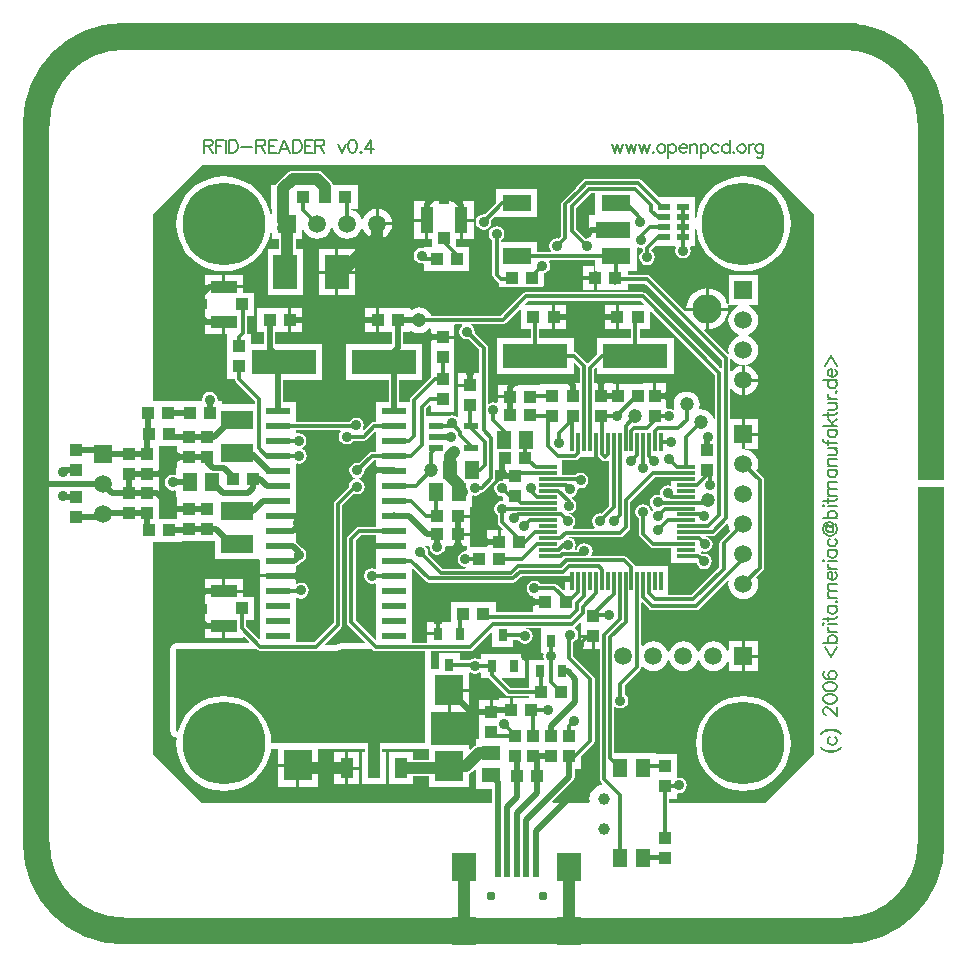
<source format=gbr>
From 74ce3dc46172a6f04edd9e85a3bcd41f54a2bb7c Mon Sep 17 00:00:00 2001
From: laforge <laforge@6dc7ffe9-61d6-0310-9af1-9938baff3ed1>
Date: Wed, 4 Oct 2006 14:39:14 +0000
Subject: add hardvare version 0.4 data

git-svn-id: https://svn.openpcd.org:2342/trunk@258 6dc7ffe9-61d6-0310-9af1-9938baff3ed1
---
 hardware/v0.4/gerber/TOPSIDE.GBR | 5542 ++++++++++++++++++++++++++++++++++++++
 1 file changed, 5542 insertions(+)
 create mode 100644 hardware/v0.4/gerber/TOPSIDE.GBR

(limited to 'hardware/v0.4/gerber/TOPSIDE.GBR')

diff --git a/hardware/v0.4/gerber/TOPSIDE.GBR b/hardware/v0.4/gerber/TOPSIDE.GBR
new file mode 100644
index 0000000..1194d67
--- /dev/null
+++ b/hardware/v0.4/gerber/TOPSIDE.GBR
@@ -0,0 +1,5542 @@
+%FSLAX23Y23*%
+%MOIN*%
+G70*
+G01*
+G75*
+G04 Layer_Physical_Order=1*
+G04 Layer_Color=255*
+%ADD10C,0.089*%
+%ADD11R,0.031X0.039*%
+%ADD12R,0.012X0.059*%
+%ADD13R,0.059X0.012*%
+%ADD14R,0.043X0.039*%
+%ADD15R,0.039X0.043*%
+%ADD16R,0.087X0.043*%
+%ADD17R,0.039X0.039*%
+%ADD18R,0.043X0.087*%
+%ADD19C,0.047*%
+%ADD20R,0.079X0.098*%
+%ADD21R,0.098X0.055*%
+%ADD22R,0.118X0.055*%
+%ADD23R,0.020X0.098*%
+%ADD24R,0.039X0.024*%
+%ADD25R,0.039X0.020*%
+%ADD26R,0.051X0.059*%
+%ADD27R,0.094X0.102*%
+%ADD28R,0.079X0.020*%
+%ADD29R,0.217X0.079*%
+%ADD30R,0.059X0.051*%
+%ADD31R,0.134X0.069*%
+%ADD32R,0.041X0.069*%
+%ADD33R,0.041X0.069*%
+%ADD34R,0.047X0.024*%
+%ADD35R,0.106X0.063*%
+%ADD36R,0.079X0.114*%
+%ADD37C,0.020*%
+%ADD38C,0.012*%
+%ADD39C,0.039*%
+%ADD40C,0.008*%
+%ADD41R,2.402X0.089*%
+%ADD42R,0.089X2.411*%
+%ADD43R,0.089X1.191*%
+%ADD44C,0.098*%
+%ADD45R,0.059X0.059*%
+%ADD46C,0.059*%
+%ADD47C,0.031*%
+%ADD48C,0.039*%
+%ADD49C,0.276*%
+%ADD50C,0.035*%
+G36*
+X1207Y1021D02*
+X1211Y1018D01*
+X1216Y1017D01*
+X1378D01*
+Y709D01*
+X867D01*
+X865Y733D01*
+X859Y757D01*
+X849Y780D01*
+X836Y802D01*
+X820Y820D01*
+X802Y836D01*
+X780Y849D01*
+X757Y859D01*
+X733Y865D01*
+X709Y867D01*
+X684Y865D01*
+X660Y859D01*
+X637Y849D01*
+X616Y836D01*
+X597Y820D01*
+X581Y802D01*
+X568Y780D01*
+X558Y757D01*
+X556Y748D01*
+X551Y749D01*
+Y1024D01*
+X819D01*
+X821Y1022D01*
+X825Y1019D01*
+X831Y1017D01*
+X1086D01*
+X1091Y1019D01*
+X1096Y1022D01*
+Y1022D01*
+X1096D01*
+D01*
+D01*
+D01*
+D01*
+D01*
+D01*
+X1096D01*
+D01*
+X1096D01*
+Y1022D01*
+D01*
+D01*
+D01*
+D01*
+Y1022D01*
+D01*
+D01*
+D01*
+D01*
+D01*
+D01*
+Y1022D01*
+D01*
+D01*
+X1096D01*
+D01*
+D01*
+D01*
+X1098Y1024D01*
+X1204D01*
+X1207Y1021D01*
+D02*
+G37*
+G36*
+X1765Y1091D02*
+X1765D01*
+Y1012D01*
+X1772D01*
+X1775Y1008D01*
+X1774Y1002D01*
+X1776Y992D01*
+X1774Y988D01*
+X1727D01*
+Y919D01*
+X1725D01*
+Y894D01*
+X1665D01*
+X1636Y924D01*
+X1637Y927D01*
+X1641D01*
+Y927D01*
+X1712D01*
+Y1006D01*
+X1641D01*
+D01*
+D01*
+X1641Y1006D01*
+X1637D01*
+Y1006D01*
+X1566D01*
+Y991D01*
+X1562Y989D01*
+X1557Y992D01*
+X1547Y994D01*
+X1537Y992D01*
+X1529Y986D01*
+X1495D01*
+Y1011D01*
+X1425D01*
+Y957D01*
+X1398D01*
+Y1017D01*
+X1530D01*
+X1535Y1018D01*
+X1540Y1021D01*
+X1599Y1080D01*
+X1604Y1078D01*
+Y1030D01*
+X1674D01*
+Y1055D01*
+X1691D01*
+X1694Y1049D01*
+X1703Y1044D01*
+X1713Y1042D01*
+X1723Y1044D01*
+X1731Y1049D01*
+X1737Y1058D01*
+X1739Y1068D01*
+X1737Y1078D01*
+X1731Y1086D01*
+X1723Y1092D01*
+X1714Y1094D01*
+Y1094D01*
+X1714Y1094D01*
+X1713Y1094D01*
+Y1094D01*
+X1713Y1094D01*
+X1765D01*
+Y1091D01*
+D02*
+G37*
+G36*
+X1641Y1605D02*
+X1680D01*
+Y1595D01*
+X1641D01*
+Y1588D01*
+X1637Y1585D01*
+X1627Y1583D01*
+X1618Y1578D01*
+X1613Y1569D01*
+X1611Y1559D01*
+X1613Y1549D01*
+X1618Y1541D01*
+X1627Y1535D01*
+X1637Y1533D01*
+X1641Y1530D01*
+Y1521D01*
+X1637Y1518D01*
+X1627Y1516D01*
+X1618Y1511D01*
+X1613Y1502D01*
+X1611Y1492D01*
+X1613Y1482D01*
+X1618Y1474D01*
+X1623Y1471D01*
+Y1446D01*
+X1624Y1440D01*
+X1627Y1436D01*
+X1639Y1424D01*
+X1637Y1419D01*
+X1632D01*
+Y1380D01*
+X1627D01*
+Y1375D01*
+X1585D01*
+Y1363D01*
+X1529D01*
+Y1367D01*
+X1529D01*
+Y1402D01*
+X1493D01*
+Y1367D01*
+X1518D01*
+Y1363D01*
+X1518D01*
+Y1353D01*
+X1514Y1350D01*
+X1514Y1350D01*
+X1504Y1348D01*
+X1495Y1342D01*
+X1490Y1334D01*
+X1488Y1324D01*
+X1490Y1314D01*
+X1495Y1305D01*
+X1504Y1300D01*
+X1514Y1298D01*
+X1514Y1298D01*
+X1516Y1297D01*
+X1514Y1292D01*
+X1438D01*
+X1389Y1341D01*
+X1390Y1346D01*
+X1388Y1356D01*
+X1383Y1365D01*
+X1381Y1366D01*
+X1382Y1367D01*
+D01*
+D01*
+D01*
+Y1367D01*
+D01*
+D01*
+D01*
+X1392D01*
+X1395Y1364D01*
+X1397Y1354D01*
+X1403Y1346D01*
+X1411Y1340D01*
+X1421Y1338D01*
+X1431Y1340D01*
+X1440Y1346D01*
+X1445Y1354D01*
+X1447Y1364D01*
+X1450Y1367D01*
+X1483D01*
+Y1407D01*
+X1488D01*
+Y1412D01*
+X1529D01*
+Y1427D01*
+Y1462D01*
+X1488D01*
+Y1472D01*
+X1529D01*
+Y1497D01*
+X1537D01*
+Y1533D01*
+X1541Y1536D01*
+X1546Y1535D01*
+X1556Y1537D01*
+X1565Y1543D01*
+X1568Y1547D01*
+X1569D01*
+X1574Y1548D01*
+X1579Y1551D01*
+X1610Y1583D01*
+X1613Y1587D01*
+X1614Y1593D01*
+Y1621D01*
+X1641D01*
+Y1605D01*
+D02*
+G37*
+G36*
+X1217Y1638D02*
+Y1623D01*
+X1276D01*
+Y1613D01*
+X1217D01*
+Y1588D01*
+Y1538D01*
+Y1488D01*
+Y1438D01*
+Y1432D01*
+X1160D01*
+X1155Y1431D01*
+X1150Y1428D01*
+X1124Y1402D01*
+X1121Y1397D01*
+X1120Y1392D01*
+Y1113D01*
+X1121Y1108D01*
+X1124Y1103D01*
+X1179Y1048D01*
+X1177Y1044D01*
+X1098D01*
+X1090Y1042D01*
+X1083Y1038D01*
+X1083Y1038D01*
+X1048D01*
+X1046Y1042D01*
+X1099Y1094D01*
+X1102Y1099D01*
+X1103Y1104D01*
+D01*
+D01*
+D01*
+D01*
+D01*
+X1103D01*
+D01*
+D01*
+D01*
+D01*
+Y1104D01*
+X1103D01*
+D01*
+Y1104D01*
+D01*
+D01*
+D01*
+D01*
+D01*
+D01*
+D01*
+D01*
+D01*
+D01*
+D01*
+D01*
+Y1104D01*
+D01*
+X1103D01*
+D01*
+D01*
+D01*
+D01*
+X1103Y1104D01*
+Y1502D01*
+X1141Y1541D01*
+X1142Y1541D01*
+X1152Y1539D01*
+X1162Y1541D01*
+X1170Y1547D01*
+X1176Y1555D01*
+X1178Y1565D01*
+X1176Y1575D01*
+X1170Y1583D01*
+X1162Y1589D01*
+X1160Y1589D01*
+Y1594D01*
+X1163Y1595D01*
+X1171Y1601D01*
+X1177Y1609D01*
+X1179Y1619D01*
+X1178Y1624D01*
+X1208Y1654D01*
+X1217D01*
+Y1638D01*
+D02*
+G37*
+G36*
+X2677Y2474D02*
+Y675D01*
+X2514Y512D01*
+X2194D01*
+Y525D01*
+X2219D01*
+Y540D01*
+X2223Y544D01*
+X2227Y543D01*
+X2237Y545D01*
+X2246Y550D01*
+X2251Y559D01*
+X2253Y569D01*
+X2251Y579D01*
+X2246Y587D01*
+X2237Y593D01*
+X2227Y595D01*
+X2223Y594D01*
+X2219Y597D01*
+Y675D01*
+X2150D01*
+Y677D01*
+X2010D01*
+Y830D01*
+X2015Y832D01*
+X2021Y828D01*
+X2031Y826D01*
+X2040Y828D01*
+X2049Y834D01*
+X2055Y842D01*
+X2057Y852D01*
+X2055Y862D01*
+X2049Y871D01*
+X2045Y874D01*
+Y903D01*
+X2097Y955D01*
+X2100Y960D01*
+X2101Y964D01*
+X2106Y965D01*
+X2106Y965D01*
+X2116Y957D01*
+X2128Y952D01*
+X2141Y950D01*
+X2154Y952D01*
+X2166Y957D01*
+X2176Y965D01*
+X2184Y975D01*
+X2188Y986D01*
+X2193D01*
+X2198Y975D01*
+X2206Y965D01*
+X2216Y957D01*
+X2228Y952D01*
+X2241Y950D01*
+X2254Y952D01*
+X2266Y957D01*
+X2276Y965D01*
+X2284Y975D01*
+X2288Y986D01*
+X2293D01*
+X2298Y975D01*
+X2306Y965D01*
+X2316Y957D01*
+X2328Y952D01*
+X2341Y950D01*
+X2354Y952D01*
+X2366Y957D01*
+X2376Y965D01*
+X2384Y975D01*
+X2387Y982D01*
+X2392Y981D01*
+Y951D01*
+X2436D01*
+Y1000D01*
+Y1049D01*
+X2392D01*
+Y1019D01*
+X2387Y1018D01*
+X2384Y1025D01*
+X2376Y1035D01*
+X2366Y1043D01*
+X2354Y1048D01*
+X2341Y1050D01*
+X2328Y1048D01*
+X2316Y1043D01*
+X2306Y1035D01*
+X2298Y1025D01*
+X2293Y1014D01*
+X2288D01*
+X2284Y1025D01*
+X2276Y1035D01*
+X2266Y1043D01*
+X2254Y1048D01*
+X2241Y1050D01*
+X2228Y1048D01*
+X2216Y1043D01*
+X2206Y1035D01*
+X2198Y1025D01*
+X2193Y1014D01*
+X2188D01*
+X2184Y1025D01*
+X2176Y1035D01*
+X2166Y1043D01*
+X2154Y1048D01*
+X2141Y1050D01*
+X2128Y1048D01*
+X2116Y1043D01*
+X2106Y1035D01*
+X2101Y1037D01*
+Y1178D01*
+X2106Y1179D01*
+X2127Y1158D01*
+X2127D01*
+X2127Y1158D01*
+X2127D01*
+X2127Y1158D01*
+Y1158D01*
+X2127Y1158D01*
+Y1158D01*
+X2131Y1155D01*
+X2137Y1154D01*
+X2284D01*
+X2290Y1155D01*
+X2294Y1158D01*
+X2388Y1252D01*
+X2393Y1250D01*
+X2391Y1240D01*
+X2393Y1227D01*
+X2398Y1215D01*
+X2406Y1205D01*
+X2416Y1197D01*
+X2428Y1192D01*
+X2441Y1190D01*
+X2454Y1192D01*
+X2466Y1197D01*
+X2476Y1205D01*
+X2484Y1215D01*
+X2489Y1227D01*
+X2491Y1240D01*
+X2489Y1253D01*
+X2484Y1264D01*
+X2505Y1284D01*
+X2508Y1289D01*
+X2509Y1294D01*
+Y1586D01*
+X2508Y1591D01*
+X2505Y1596D01*
+X2484Y1616D01*
+X2489Y1627D01*
+X2491Y1640D01*
+X2489Y1653D01*
+X2484Y1665D01*
+X2476Y1675D01*
+X2466Y1683D01*
+X2454Y1688D01*
+X2441Y1690D01*
+X2442Y1691D01*
+X2436D01*
+Y1740D01*
+Y1789D01*
+X2397D01*
+Y1889D01*
+X2402Y1890D01*
+X2406Y1885D01*
+X2416Y1877D01*
+X2428Y1872D01*
+X2436Y1871D01*
+Y1920D01*
+Y1969D01*
+X2428Y1968D01*
+X2416Y1963D01*
+X2406Y1955D01*
+X2402Y1950D01*
+X2397Y1951D01*
+Y1989D01*
+X2402Y1990D01*
+X2406Y1985D01*
+X2416Y1977D01*
+X2428Y1972D01*
+X2441Y1970D01*
+X2454Y1972D01*
+X2466Y1977D01*
+X2476Y1985D01*
+X2484Y1995D01*
+X2489Y2007D01*
+X2491Y2020D01*
+X2489Y2033D01*
+X2484Y2045D01*
+X2476Y2055D01*
+X2466Y2063D01*
+X2455Y2068D01*
+Y2072D01*
+X2466Y2077D01*
+X2476Y2085D01*
+X2484Y2095D01*
+X2489Y2107D01*
+X2491Y2120D01*
+X2489Y2133D01*
+X2484Y2145D01*
+X2476Y2155D01*
+X2466Y2163D01*
+X2459Y2166D01*
+X2460Y2171D01*
+X2490D01*
+Y2269D01*
+X2392D01*
+Y2175D01*
+X2387Y2175D01*
+X2384Y2184D01*
+X2378Y2196D01*
+X2369Y2206D01*
+X2358Y2215D01*
+X2346Y2221D01*
+X2334Y2225D01*
+X2325Y2226D01*
+Y2162D01*
+X2389D01*
+X2388Y2167D01*
+X2391Y2171D01*
+X2392Y2171D01*
+X2392Y2171D01*
+X2392Y2171D01*
+X2422D01*
+X2423Y2166D01*
+X2416Y2163D01*
+X2406Y2155D01*
+X2398Y2145D01*
+X2393Y2133D01*
+X2391Y2120D01*
+X2393Y2107D01*
+X2398Y2095D01*
+X2406Y2085D01*
+X2416Y2077D01*
+X2427Y2072D01*
+Y2068D01*
+X2416Y2063D01*
+X2406Y2055D01*
+X2398Y2045D01*
+X2393Y2033D01*
+X2391Y2020D01*
+X2393Y2010D01*
+X2388Y2008D01*
+X2311Y2084D01*
+X2314Y2089D01*
+X2315Y2089D01*
+Y2152D01*
+X2251D01*
+X2251Y2151D01*
+X2247Y2149D01*
+X2130Y2266D01*
+X2125Y2269D01*
+X2120Y2270D01*
+X2055D01*
+Y2285D01*
+X2085D01*
+Y2360D01*
+X2089Y2363D01*
+X2098Y2361D01*
+X2101Y2361D01*
+X2103Y2361D01*
+X2106Y2358D01*
+Y2350D01*
+X2102Y2347D01*
+X2096Y2339D01*
+X2094Y2329D01*
+X2096Y2319D01*
+X2102Y2310D01*
+X2110Y2305D01*
+X2120Y2303D01*
+X2130Y2305D01*
+X2139Y2310D01*
+X2144Y2319D01*
+X2146Y2329D01*
+X2144Y2339D01*
+X2139Y2347D01*
+X2134Y2350D01*
+Y2354D01*
+X2145Y2366D01*
+X2213D01*
+X2216Y2362D01*
+X2214Y2352D01*
+X2216Y2342D01*
+X2222Y2334D01*
+X2230Y2328D01*
+X2240Y2326D01*
+X2250Y2328D01*
+X2258Y2334D01*
+X2264Y2342D01*
+X2266Y2352D01*
+X2264Y2362D01*
+X2266Y2366D01*
+X2279D01*
+Y2402D01*
+Y2423D01*
+X2284Y2423D01*
+X2285Y2416D01*
+X2291Y2392D01*
+X2300Y2369D01*
+X2313Y2348D01*
+X2329Y2329D01*
+X2348Y2313D01*
+X2369Y2300D01*
+X2392Y2291D01*
+X2416Y2285D01*
+X2441Y2283D01*
+X2466Y2285D01*
+X2490Y2291D01*
+X2513Y2300D01*
+X2534Y2313D01*
+X2553Y2329D01*
+X2569Y2348D01*
+X2582Y2369D01*
+X2591Y2392D01*
+X2597Y2416D01*
+X2599Y2441D01*
+X2597Y2466D01*
+X2591Y2490D01*
+X2582Y2513D01*
+X2569Y2534D01*
+X2553Y2553D01*
+X2534Y2569D01*
+X2513Y2582D01*
+X2490Y2591D01*
+X2466Y2597D01*
+X2441Y2599D01*
+X2416Y2597D01*
+X2392Y2591D01*
+X2369Y2582D01*
+X2348Y2569D01*
+X2329Y2553D01*
+X2313Y2534D01*
+X2300Y2513D01*
+X2291Y2490D01*
+X2285Y2466D01*
+X2284Y2459D01*
+X2279Y2459D01*
+Y2466D01*
+Y2529D01*
+X2158D01*
+X2100Y2587D01*
+X2096Y2590D01*
+X2091Y2591D01*
+X2091Y2591D01*
+X2091Y2591D01*
+X1917D01*
+X1912Y2590D01*
+X1907Y2587D01*
+X1882Y2561D01*
+X1882Y2561D01*
+X1838Y2517D01*
+X1834Y2512D01*
+X1833Y2507D01*
+Y2400D01*
+X1825Y2392D01*
+X1820Y2393D01*
+X1810Y2391D01*
+X1802Y2386D01*
+X1796Y2377D01*
+X1794Y2367D01*
+X1796Y2357D01*
+X1800Y2351D01*
+X1798Y2347D01*
+X1754D01*
+Y2380D01*
+X1632D01*
+Y2386D01*
+X1637Y2389D01*
+X1642Y2397D01*
+X1644Y2407D01*
+X1642Y2417D01*
+X1637Y2426D01*
+X1628Y2432D01*
+X1618Y2434D01*
+X1608Y2432D01*
+X1600Y2426D01*
+X1594Y2417D01*
+X1592Y2407D01*
+X1594Y2397D01*
+X1600Y2389D01*
+X1604Y2386D01*
+Y2272D01*
+X1605Y2266D01*
+X1608Y2262D01*
+X1624Y2246D01*
+X1627Y2244D01*
+Y2220D01*
+X1777D01*
+Y2276D01*
+X1781Y2277D01*
+X1789Y2283D01*
+X1795Y2291D01*
+X1797Y2301D01*
+X1795Y2311D01*
+X1793Y2314D01*
+X1795Y2319D01*
+X1947D01*
+Y2299D01*
+X1947D01*
+Y2285D01*
+X1952D01*
+Y2260D01*
+Y2220D01*
+X2055D01*
+Y2242D01*
+X2114D01*
+X2369Y1987D01*
+Y1961D01*
+X2364Y1959D01*
+X2115Y2209D01*
+X2110Y2212D01*
+X2105Y2213D01*
+X1717D01*
+X1711Y2212D01*
+X1707Y2209D01*
+X1687Y2189D01*
+X1687Y2189D01*
+X1687Y2189D01*
+X1632Y2134D01*
+X1401D01*
+X1398Y2142D01*
+X1391Y2151D01*
+X1382Y2158D01*
+X1371Y2162D01*
+X1360Y2164D01*
+X1349Y2162D01*
+X1338Y2158D01*
+X1335Y2155D01*
+X1330Y2157D01*
+Y2160D01*
+X1227D01*
+Y2121D01*
+Y2081D01*
+X1271D01*
+Y2040D01*
+X1115D01*
+Y1922D01*
+X1258D01*
+Y1848D01*
+X1217D01*
+Y1788D01*
+Y1782D01*
+X1211D01*
+X1206Y1781D01*
+X1201Y1778D01*
+X1177Y1754D01*
+X1173Y1757D01*
+X1174Y1759D01*
+X1176Y1769D01*
+X1174Y1779D01*
+X1168Y1787D01*
+X1160Y1793D01*
+X1150Y1795D01*
+X1140Y1793D01*
+X1132Y1787D01*
+X1128Y1782D01*
+X948D01*
+Y1788D01*
+Y1848D01*
+X907D01*
+Y1922D01*
+X1036D01*
+Y2040D01*
+X880D01*
+Y2081D01*
+X924D01*
+Y2121D01*
+Y2160D01*
+X820D01*
+Y2081D01*
+X844D01*
+Y2040D01*
+X799D01*
+Y2075D01*
+X789D01*
+X787Y2078D01*
+Y2134D01*
+X808D01*
+Y2212D01*
+X772D01*
+Y2226D01*
+X646D01*
+Y2190D01*
+X654D01*
+Y2156D01*
+X646D01*
+Y2120D01*
+X709D01*
+Y2115D01*
+X714D01*
+Y2074D01*
+X721D01*
+Y1992D01*
+Y1925D01*
+X746D01*
+Y1924D01*
+X747Y1919D01*
+X750Y1914D01*
+X812Y1852D01*
+Y1839D01*
+X703D01*
+Y1850D01*
+X691D01*
+X688Y1854D01*
+X688Y1855D01*
+X686Y1865D01*
+X680Y1874D01*
+X672Y1879D01*
+X662Y1881D01*
+X652Y1879D01*
+X643Y1874D01*
+X638Y1865D01*
+X636Y1855D01*
+X636Y1854D01*
+X633Y1850D01*
+X472D01*
+Y2474D01*
+X472Y2474D01*
+X472D01*
+X472Y2474D01*
+X636Y2638D01*
+X2514D01*
+X2677Y2474D01*
+D02*
+G37*
+G36*
+X1382Y1249D02*
+X1382Y1249D01*
+X1382Y1249D01*
+X1382Y1249D01*
+Y1249D01*
+X1387Y1246D01*
+X1392Y1245D01*
+X1674D01*
+X1680Y1246D01*
+X1684Y1249D01*
+X1701Y1265D01*
+X1840D01*
+X1841Y1266D01*
+X1845Y1263D01*
+Y1257D01*
+X1865D01*
+Y1247D01*
+X1845D01*
+Y1219D01*
+X1838D01*
+X1821Y1236D01*
+X1816Y1239D01*
+X1811Y1240D01*
+X1765D01*
+X1763Y1245D01*
+X1754Y1250D01*
+X1744Y1252D01*
+X1734Y1250D01*
+X1726Y1245D01*
+X1720Y1236D01*
+X1718Y1226D01*
+X1720Y1216D01*
+X1726Y1208D01*
+X1734Y1202D01*
+X1740Y1201D01*
+Y1185D01*
+X1782D01*
+Y1175D01*
+X1740D01*
+Y1146D01*
+X1615D01*
+Y1179D01*
+X1465D01*
+Y1114D01*
+X1462Y1114D01*
+D01*
+X1458D01*
+Y1114D01*
+X1428D01*
+Y1074D01*
+X1423D01*
+Y1069D01*
+X1387D01*
+Y1045D01*
+X1335D01*
+Y1088D01*
+Y1138D01*
+Y1188D01*
+Y1238D01*
+Y1288D01*
+Y1289D01*
+X1340Y1291D01*
+X1382Y1249D01*
+D02*
+G37*
+G36*
+X1217Y1388D02*
+Y1373D01*
+X1276D01*
+Y1363D01*
+X1217D01*
+Y1338D01*
+Y1294D01*
+X1213Y1292D01*
+X1212Y1292D01*
+X1202Y1294D01*
+X1192Y1292D01*
+X1184Y1286D01*
+X1178Y1278D01*
+X1176Y1268D01*
+X1178Y1258D01*
+X1184Y1250D01*
+X1192Y1244D01*
+X1202Y1242D01*
+X1212Y1244D01*
+X1213Y1244D01*
+X1217Y1242D01*
+Y1238D01*
+Y1188D01*
+Y1138D01*
+Y1088D01*
+Y1056D01*
+X1213Y1054D01*
+X1148Y1119D01*
+Y1386D01*
+X1166Y1404D01*
+X1217D01*
+Y1388D01*
+D02*
+G37*
+G36*
+X1901Y1112D02*
+Y1092D01*
+Y1072D01*
+X1940D01*
+Y1067D01*
+X1945D01*
+Y1025D01*
+X1962D01*
+Y592D01*
+Y592D01*
+D01*
+X1963Y586D01*
+X1966Y582D01*
+X1971Y577D01*
+X1970Y572D01*
+X1964Y571D01*
+X1952Y566D01*
+X1942Y558D01*
+X1934Y548D01*
+X1929Y536D01*
+X1927Y523D01*
+X1928Y516D01*
+X1925Y512D01*
+X1806D01*
+X1804Y516D01*
+X1873Y585D01*
+X1877Y591D01*
+X1878Y598D01*
+Y625D01*
+X1899D01*
+Y665D01*
+X1941Y707D01*
+X1944Y711D01*
+X1945Y717D01*
+D01*
+D01*
+D01*
+D01*
+D01*
+X1945D01*
+D01*
+D01*
+D01*
+D01*
+Y717D01*
+X1945D01*
+D01*
+Y717D01*
+D01*
+D01*
+D01*
+D01*
+D01*
+D01*
+D01*
+D01*
+D01*
+D01*
+D01*
+D01*
+Y717D01*
+D01*
+X1945D01*
+D01*
+D01*
+D01*
+D01*
+X1945Y717D01*
+Y924D01*
+X1944Y930D01*
+X1941Y934D01*
+X1874Y1001D01*
+Y1048D01*
+X1883Y1053D01*
+X1888Y1062D01*
+X1890Y1072D01*
+X1888Y1082D01*
+X1883Y1090D01*
+X1875Y1095D01*
+X1875Y1095D01*
+X1880Y1098D01*
+Y1098D01*
+X1880D01*
+D01*
+D01*
+D01*
+D01*
+D01*
+D01*
+X1880D01*
+D01*
+X1880D01*
+Y1098D01*
+D01*
+D01*
+D01*
+D01*
+Y1098D01*
+D01*
+D01*
+D01*
+D01*
+D01*
+D01*
+Y1098D01*
+D01*
+D01*
+X1880D01*
+D01*
+D01*
+D01*
+X1896Y1114D01*
+X1901Y1112D01*
+D02*
+G37*
+G36*
+X1503Y2101D02*
+X1502Y2100D01*
+X1496Y2092D01*
+X1494Y2082D01*
+X1496Y2072D01*
+X1502Y2063D01*
+X1510Y2058D01*
+X1520Y2056D01*
+X1525Y2057D01*
+X1561Y2021D01*
+Y1944D01*
+X1535D01*
+Y1903D01*
+X1530D01*
+Y1898D01*
+X1491D01*
+Y1861D01*
+Y1800D01*
+X1490D01*
+Y1799D01*
+X1486Y1796D01*
+X1479Y1801D01*
+X1469Y1803D01*
+X1460Y1801D01*
+X1458Y1800D01*
+X1383D01*
+Y1825D01*
+X1394Y1836D01*
+X1399Y1834D01*
+Y1815D01*
+X1477D01*
+Y1882D01*
+Y1955D01*
+Y2022D01*
+Y2058D01*
+X1399D01*
+Y2022D01*
+Y1955D01*
+Y1930D01*
+X1334Y1865D01*
+X1331Y1861D01*
+X1329Y1855D01*
+Y1848D01*
+X1294D01*
+Y1922D01*
+X1371D01*
+Y2040D01*
+X1307D01*
+Y2081D01*
+X1330D01*
+Y2083D01*
+X1335Y2085D01*
+X1338Y2082D01*
+X1349Y2078D01*
+X1360Y2076D01*
+X1371Y2078D01*
+X1382Y2082D01*
+X1391Y2089D01*
+X1394Y2093D01*
+X1399Y2091D01*
+Y2068D01*
+X1477D01*
+Y2105D01*
+D01*
+Y2105D01*
+X1479Y2106D01*
+X1502D01*
+X1503Y2101D01*
+D02*
+G37*
+G36*
+X1699Y2155D02*
+Y2091D01*
+X1733D01*
+Y2059D01*
+X1619D01*
+Y1941D01*
+X1875D01*
+Y1976D01*
+X1879Y1978D01*
+X1896Y1961D01*
+Y1909D01*
+X1878D01*
+Y1868D01*
+X1868D01*
+Y1909D01*
+X1833D01*
+Y1909D01*
+X1763D01*
+Y1903D01*
+X1668D01*
+Y1864D01*
+X1663D01*
+Y1859D01*
+X1622D01*
+Y1846D01*
+X1617Y1843D01*
+X1616Y1844D01*
+X1606Y1846D01*
+X1596Y1844D01*
+X1593Y1842D01*
+X1589Y1844D01*
+Y2027D01*
+X1588Y2032D01*
+X1585Y2037D01*
+Y2037D01*
+X1585D01*
+D01*
+D01*
+D01*
+D01*
+D01*
+D01*
+X1585Y2037D01*
+D01*
+X1585Y2037D01*
+D01*
+D01*
+X1585D01*
+D01*
+D01*
+Y2037D01*
+D01*
+X1545Y2077D01*
+X1546Y2082D01*
+X1544Y2092D01*
+X1538Y2100D01*
+X1530Y2106D01*
+D01*
+X1530D01*
+Y2106D01*
+D01*
+D01*
+X1530Y2106D01*
+X1530Y2106D01*
+X1638D01*
+Y2106D01*
+X1638Y2106D01*
+X1638D01*
+D01*
+Y2106D01*
+X1638D01*
+D01*
+D01*
+D01*
+D01*
+X1643Y2107D01*
+X1648Y2110D01*
+X1695Y2157D01*
+X1699Y2155D01*
+D02*
+G37*
+G36*
+X1537Y943D02*
+X1547Y941D01*
+X1557Y943D01*
+X1562Y946D01*
+X1566Y944D01*
+Y927D01*
+X1592D01*
+X1649Y870D01*
+X1654Y867D01*
+X1659Y866D01*
+X1725D01*
+Y859D01*
+X1672D01*
+Y820D01*
+X1662D01*
+Y859D01*
+X1625D01*
+Y855D01*
+X1605D01*
+Y813D01*
+X1600D01*
+Y808D01*
+X1561D01*
+Y772D01*
+Y723D01*
+X1551D01*
+Y703D01*
+X1546Y701D01*
+X1541Y697D01*
+X1532Y688D01*
+X1527Y690D01*
+Y705D01*
+X1401D01*
+X1398Y709D01*
+Y815D01*
+X1455D01*
+Y886D01*
+X1460D01*
+Y891D01*
+X1527D01*
+Y945D01*
+X1531Y947D01*
+X1537Y943D01*
+D02*
+G37*
+G36*
+X2110Y2174D02*
+X2108Y2169D01*
+X2026D01*
+Y2130D01*
+Y2091D01*
+X2067D01*
+Y2059D01*
+X1953D01*
+Y2006D01*
+X1924Y1977D01*
+X1920Y1977D01*
+X1887Y2010D01*
+X1882Y2013D01*
+X1877Y2014D01*
+X1875D01*
+Y2059D01*
+X1761D01*
+Y2091D01*
+X1803D01*
+Y2130D01*
+Y2169D01*
+X1714D01*
+X1712Y2174D01*
+X1722Y2185D01*
+X2099D01*
+X2110Y2174D01*
+D02*
+G37*
+G36*
+X2347Y1937D02*
+Y1792D01*
+X2342Y1791D01*
+X2338Y1802D01*
+X2331Y1811D01*
+X2322Y1818D01*
+X2311Y1822D01*
+X2300Y1824D01*
+X2297Y1823D01*
+X2294Y1827D01*
+X2296Y1839D01*
+X2294Y1850D01*
+X2290Y1860D01*
+X2283Y1869D01*
+X2274Y1876D01*
+X2263Y1881D01*
+X2252Y1882D01*
+X2241Y1881D01*
+X2230Y1876D01*
+X2221Y1869D01*
+X2214Y1860D01*
+X2210Y1850D01*
+X2208Y1839D01*
+X2210Y1827D01*
+X2211Y1824D01*
+X2207Y1821D01*
+X2204Y1823D01*
+X2194Y1825D01*
+X2188Y1824D01*
+X2184Y1827D01*
+Y1863D01*
+X2145D01*
+Y1868D01*
+X2140D01*
+Y1909D01*
+X2106D01*
+Y1906D01*
+X2027D01*
+Y1866D01*
+X2017D01*
+Y1906D01*
+X2005D01*
+Y1909D01*
+X1971D01*
+Y1868D01*
+X1961D01*
+Y1909D01*
+X1944D01*
+Y1956D01*
+X1949Y1961D01*
+X1953Y1960D01*
+Y1941D01*
+X2209D01*
+Y2059D01*
+X2095D01*
+Y2091D01*
+X2129D01*
+Y2148D01*
+X2134Y2150D01*
+X2347Y1937D01*
+D02*
+G37*
+G36*
+X1099Y1750D02*
+X1094Y1742D01*
+X1092Y1732D01*
+X1094Y1722D01*
+X1100Y1714D01*
+X1108Y1708D01*
+X1118Y1706D01*
+X1128Y1708D01*
+X1137Y1714D01*
+X1140Y1718D01*
+X1175D01*
+X1181Y1719D01*
+X1185Y1722D01*
+X1213Y1750D01*
+X1217Y1748D01*
+Y1738D01*
+Y1688D01*
+Y1682D01*
+X1202D01*
+X1196Y1681D01*
+X1192Y1678D01*
+X1158Y1644D01*
+X1153Y1645D01*
+X1143Y1643D01*
+X1135Y1638D01*
+X1129Y1629D01*
+X1127Y1619D01*
+X1129Y1609D01*
+X1135Y1601D01*
+X1143Y1595D01*
+X1145Y1595D01*
+Y1590D01*
+X1142Y1589D01*
+X1133Y1583D01*
+X1127Y1575D01*
+X1125Y1565D01*
+X1126Y1565D01*
+X1079Y1518D01*
+X1076Y1513D01*
+X1075Y1508D01*
+Y1110D01*
+X1010Y1046D01*
+X948D01*
+Y1088D01*
+Y1138D01*
+Y1188D01*
+Y1195D01*
+X952Y1197D01*
+X957Y1194D01*
+X967Y1192D01*
+X977Y1194D01*
+X985Y1200D01*
+X991Y1209D01*
+X993Y1219D01*
+X991Y1228D01*
+X985Y1237D01*
+X977Y1243D01*
+X967Y1245D01*
+X957Y1243D01*
+X952Y1240D01*
+X948Y1242D01*
+Y1263D01*
+X830D01*
+Y1238D01*
+Y1188D01*
+Y1138D01*
+Y1088D01*
+Y1059D01*
+X825Y1057D01*
+X783Y1099D01*
+Y1119D01*
+X808D01*
+Y1198D01*
+X772D01*
+Y1212D01*
+X646D01*
+Y1175D01*
+X654D01*
+Y1142D01*
+X646D01*
+Y1106D01*
+X709D01*
+Y1101D01*
+X714D01*
+Y1059D01*
+X772D01*
+Y1064D01*
+X776Y1066D01*
+X794Y1048D01*
+X792Y1044D01*
+X551D01*
+X544Y1042D01*
+X537Y1038D01*
+X533Y1031D01*
+X531Y1024D01*
+Y749D01*
+X532Y746D01*
+X532Y743D01*
+X532Y742D01*
+X533Y741D01*
+X534Y739D01*
+X535Y736D01*
+X536Y735D01*
+X537Y734D01*
+X539Y733D01*
+X541Y731D01*
+X543Y731D01*
+X544Y730D01*
+X546Y729D01*
+X549Y729D01*
+X552Y728D01*
+X551Y709D01*
+X553Y684D01*
+X558Y660D01*
+X568Y637D01*
+X581Y616D01*
+X597Y597D01*
+X616Y581D01*
+X637Y568D01*
+X660Y558D01*
+X684Y553D01*
+X709Y551D01*
+X733Y553D01*
+X757Y558D01*
+X780Y568D01*
+X802Y581D01*
+X820Y597D01*
+X836Y616D01*
+X849Y637D01*
+X859Y660D01*
+X865Y684D01*
+X865Y687D01*
+X867Y689D01*
+X889D01*
+Y641D01*
+X1022D01*
+Y689D01*
+X1181D01*
+Y681D01*
+X1168D01*
+Y573D01*
+X1249D01*
+Y681D01*
+X1236D01*
+Y689D01*
+X1378D01*
+X1386Y690D01*
+X1389Y692D01*
+X1393Y690D01*
+Y655D01*
+X1339D01*
+Y681D01*
+X1259D01*
+Y573D01*
+X1339D01*
+Y599D01*
+X1366D01*
+X1369Y599D01*
+X1372Y599D01*
+X1393D01*
+Y563D01*
+X1527D01*
+Y608D01*
+X1531Y610D01*
+X1537Y614D01*
+X1546Y624D01*
+X1551Y622D01*
+Y557D01*
+X1604D01*
+Y512D01*
+X636D01*
+X472Y675D01*
+Y1379D01*
+X568D01*
+Y1384D01*
+X632D01*
+Y1384D01*
+X680D01*
+Y1323D01*
+X826D01*
+Y1323D01*
+X826D01*
+X830Y1319D01*
+Y1288D01*
+Y1273D01*
+X948D01*
+Y1288D01*
+Y1301D01*
+X951Y1301D01*
+X957Y1305D01*
+X965Y1313D01*
+X968Y1313D01*
+X977Y1319D01*
+X982Y1328D01*
+X984Y1338D01*
+X982Y1348D01*
+X977Y1356D01*
+X972Y1359D01*
+X971Y1361D01*
+X951Y1381D01*
+X948Y1383D01*
+Y1388D01*
+Y1413D01*
+X889D01*
+Y1423D01*
+X948D01*
+Y1438D01*
+Y1463D01*
+X889D01*
+Y1473D01*
+X948D01*
+Y1488D01*
+Y1538D01*
+Y1588D01*
+Y1638D01*
+Y1640D01*
+X952Y1643D01*
+X960Y1641D01*
+X970Y1643D01*
+X978Y1649D01*
+X984Y1657D01*
+X986Y1667D01*
+X984Y1677D01*
+X978Y1686D01*
+X970Y1691D01*
+X968Y1692D01*
+Y1694D01*
+X976Y1700D01*
+X982Y1708D01*
+X984Y1718D01*
+X982Y1728D01*
+X976Y1736D01*
+X968Y1742D01*
+X958Y1744D01*
+X952Y1743D01*
+X948Y1746D01*
+Y1754D01*
+X1097D01*
+X1099Y1750D01*
+D02*
+G37*
+G36*
+X1947Y2469D02*
+X1927D01*
+Y2426D01*
+X2006D01*
+Y2416D01*
+X1927D01*
+Y2396D01*
+X1923Y2393D01*
+X1920Y2393D01*
+X1915Y2392D01*
+X1884Y2423D01*
+Y2495D01*
+X1932Y2543D01*
+X1947D01*
+Y2469D01*
+D02*
+G37*
+G36*
+X2199Y1585D02*
+Y1577D01*
+Y1571D01*
+X2195Y1568D01*
+X2188Y1570D01*
+X2178Y1568D01*
+X2170Y1562D01*
+X2164Y1553D01*
+X2162Y1543D01*
+X2163Y1542D01*
+X2159Y1538D01*
+X2156Y1539D01*
+X2146Y1537D01*
+X2137Y1531D01*
+X2131Y1523D01*
+X2129Y1513D01*
+X2131Y1503D01*
+X2137Y1494D01*
+X2140Y1492D01*
+Y1487D01*
+X2138Y1486D01*
+X2136Y1484D01*
+X2132Y1485D01*
+X2130Y1490D01*
+X2125Y1499D01*
+X2116Y1504D01*
+X2106Y1506D01*
+X2096Y1504D01*
+X2088Y1499D01*
+X2082Y1490D01*
+X2080Y1480D01*
+X2082Y1470D01*
+X2088Y1462D01*
+X2092Y1459D01*
+Y1408D01*
+X2093Y1403D01*
+X2096Y1399D01*
+X2131Y1364D01*
+X2135Y1361D01*
+X2141Y1360D01*
+X2199D01*
+Y1349D01*
+Y1329D01*
+Y1309D01*
+X2285D01*
+X2286Y1306D01*
+X2292Y1297D01*
+X2300Y1292D01*
+X2310Y1290D01*
+X2320Y1292D01*
+X2328Y1297D01*
+X2334Y1306D01*
+X2336Y1316D01*
+X2334Y1326D01*
+X2328Y1334D01*
+X2320Y1340D01*
+X2310Y1342D01*
+X2303Y1341D01*
+X2299Y1345D01*
+X2298Y1346D01*
+Y1347D01*
+X2302Y1350D01*
+X2303Y1349D01*
+X2313Y1347D01*
+X2323Y1349D01*
+X2331Y1355D01*
+X2337Y1363D01*
+X2339Y1373D01*
+X2337Y1383D01*
+X2331Y1391D01*
+X2323Y1397D01*
+X2314Y1399D01*
+Y1399D01*
+X2314Y1399D01*
+X2313Y1399D01*
+Y1399D01*
+X2313Y1399D01*
+X2338D01*
+X2343Y1401D01*
+X2348Y1404D01*
+X2387Y1443D01*
+X2391Y1441D01*
+X2391Y1440D01*
+X2393Y1427D01*
+X2397Y1416D01*
+X2388Y1407D01*
+X2387Y1407D01*
+X2383Y1404D01*
+X2365Y1386D01*
+X2362Y1381D01*
+X2361Y1376D01*
+Y1296D01*
+X2268Y1203D01*
+X2191D01*
+Y1301D01*
+X2080D01*
+X2077Y1306D01*
+X2054Y1329D01*
+X2050Y1332D01*
+X2044Y1333D01*
+X1936D01*
+X1933Y1337D01*
+X1936Y1340D01*
+X1938Y1350D01*
+X1936Y1360D01*
+X1930Y1369D01*
+X1921Y1374D01*
+X1911Y1376D01*
+X1901Y1374D01*
+X1893Y1369D01*
+X1887Y1360D01*
+X1886Y1354D01*
+X1881Y1354D01*
+X1879Y1357D01*
+X1881Y1360D01*
+X1883Y1370D01*
+X1881Y1380D01*
+X1876Y1389D01*
+X1867Y1394D01*
+X1857Y1396D01*
+X1858Y1397D01*
+X2031D01*
+X2037Y1398D01*
+X2041Y1401D01*
+Y1401D01*
+X2041D01*
+D01*
+D01*
+D01*
+D01*
+D01*
+D01*
+X2041D01*
+D01*
+X2041D01*
+Y1401D01*
+D01*
+D01*
+D01*
+D01*
+Y1401D01*
+D01*
+D01*
+D01*
+D01*
+D01*
+D01*
+Y1401D01*
+D01*
+D01*
+X2041D01*
+D01*
+D01*
+D01*
+X2060Y1420D01*
+X2063Y1425D01*
+X2064Y1430D01*
+D01*
+D01*
+D01*
+D01*
+D01*
+X2064D01*
+D01*
+D01*
+D01*
+D01*
+Y1430D01*
+X2064D01*
+D01*
+Y1430D01*
+D01*
+D01*
+D01*
+D01*
+D01*
+D01*
+D01*
+D01*
+D01*
+D01*
+D01*
+D01*
+Y1430D01*
+D01*
+X2064D01*
+D01*
+D01*
+D01*
+D01*
+X2064Y1430D01*
+Y1514D01*
+X2147Y1596D01*
+X2199D01*
+Y1585D01*
+D02*
+G37*
+G36*
+X1968Y1654D02*
+X1973Y1651D01*
+X1978Y1650D01*
+X1980D01*
+X1986Y1651D01*
+X1990Y1654D01*
+X1994Y1652D01*
+Y1501D01*
+X1968Y1475D01*
+X1963Y1476D01*
+X1953Y1474D01*
+X1944Y1468D01*
+X1938Y1460D01*
+X1937Y1450D01*
+X1938Y1440D01*
+X1944Y1431D01*
+X1946Y1430D01*
+X1944Y1425D01*
+X1874D01*
+X1872Y1430D01*
+X1874Y1431D01*
+X1879Y1440D01*
+X1881Y1450D01*
+X1879Y1460D01*
+X1874Y1468D01*
+X1865Y1474D01*
+X1858Y1475D01*
+X1858Y1476D01*
+X1858Y1476D01*
+X1858D01*
+X1868Y1478D01*
+X1877Y1484D01*
+X1882Y1492D01*
+X1884Y1502D01*
+X1882Y1512D01*
+X1877Y1520D01*
+X1868Y1526D01*
+X1868Y1526D01*
+X1868Y1526D01*
+X1868Y1526D01*
+X1869Y1531D01*
+X1873Y1532D01*
+X1882Y1538D01*
+X1887Y1546D01*
+X1889Y1556D01*
+X1889Y1557D01*
+X1893Y1561D01*
+X1898Y1560D01*
+X1908Y1562D01*
+X1916Y1567D01*
+X1922Y1576D01*
+X1924Y1586D01*
+X1922Y1596D01*
+X1916Y1604D01*
+X1908Y1610D01*
+X1898Y1612D01*
+X1888Y1610D01*
+X1880Y1605D01*
+X1837D01*
+Y1653D01*
+X1881D01*
+X1886Y1654D01*
+X1891Y1657D01*
+X1897Y1664D01*
+X1959D01*
+X1968Y1654D01*
+D02*
+G37*
+G36*
+X554Y1691D02*
+Y1670D01*
+X593D01*
+Y1660D01*
+X554D01*
+Y1628D01*
+X550D01*
+Y1606D01*
+X547Y1603D01*
+X538Y1605D01*
+X528Y1603D01*
+X520Y1597D01*
+X514Y1589D01*
+X512Y1579D01*
+X514Y1569D01*
+X520Y1560D01*
+X528Y1554D01*
+X538Y1552D01*
+X547Y1554D01*
+X550Y1551D01*
+Y1529D01*
+X554D01*
+Y1497D01*
+X593D01*
+Y1487D01*
+X554D01*
+Y1466D01*
+Y1458D01*
+X492D01*
+Y1504D01*
+Y1540D01*
+X453D01*
+Y1550D01*
+X492D01*
+Y1567D01*
+Y1603D01*
+X453D01*
+Y1613D01*
+X492D01*
+Y1634D01*
+Y1699D01*
+X554D01*
+Y1691D01*
+D02*
+G37*
+%LPC*%
+G36*
+X2490Y1789D02*
+X2446D01*
+Y1745D01*
+X2490D01*
+Y1789D01*
+D02*
+G37*
+G36*
+X1658Y1903D02*
+X1622D01*
+Y1869D01*
+X1658D01*
+Y1903D01*
+D02*
+G37*
+G36*
+X1622Y1419D02*
+X1585D01*
+Y1385D01*
+X1622D01*
+Y1419D01*
+D02*
+G37*
+G36*
+X2490Y1735D02*
+X2446D01*
+Y1691D01*
+X2490D01*
+Y1735D01*
+D02*
+G37*
+G36*
+X772Y1258D02*
+X714D01*
+Y1222D01*
+X772D01*
+Y1258D01*
+D02*
+G37*
+G36*
+X1158Y622D02*
+X1123D01*
+Y573D01*
+X1158D01*
+Y622D01*
+D02*
+G37*
+G36*
+X1113Y681D02*
+X1077D01*
+Y632D01*
+X1113D01*
+Y681D01*
+D02*
+G37*
+G36*
+X1158D02*
+X1123D01*
+Y632D01*
+X1158D01*
+Y681D01*
+D02*
+G37*
+G36*
+X1113Y622D02*
+X1077D01*
+Y573D01*
+X1113D01*
+Y622D01*
+D02*
+G37*
+G36*
+X2441Y867D02*
+X2416Y865D01*
+X2392Y859D01*
+X2369Y849D01*
+X2348Y836D01*
+X2329Y820D01*
+X2313Y802D01*
+X2300Y780D01*
+X2291Y757D01*
+X2285Y733D01*
+X2283Y709D01*
+X2285Y684D01*
+X2291Y660D01*
+X2300Y637D01*
+X2313Y616D01*
+X2329Y597D01*
+X2348Y581D01*
+X2369Y568D01*
+X2392Y558D01*
+X2416Y553D01*
+X2441Y551D01*
+X2466Y553D01*
+X2490Y558D01*
+X2513Y568D01*
+X2534Y581D01*
+X2553Y597D01*
+X2569Y616D01*
+X2582Y637D01*
+X2591Y660D01*
+X2597Y684D01*
+X2599Y709D01*
+X2597Y733D01*
+X2591Y757D01*
+X2582Y780D01*
+X2569Y802D01*
+X2553Y820D01*
+X2534Y836D01*
+X2513Y849D01*
+X2490Y859D01*
+X2466Y865D01*
+X2441Y867D01*
+D02*
+G37*
+G36*
+X950Y631D02*
+X889D01*
+Y565D01*
+X950D01*
+Y631D01*
+D02*
+G37*
+G36*
+X1022D02*
+X960D01*
+Y565D01*
+X1022D01*
+Y631D01*
+D02*
+G37*
+G36*
+X1527Y881D02*
+X1465D01*
+Y815D01*
+X1527D01*
+Y881D01*
+D02*
+G37*
+G36*
+X704Y1096D02*
+X646D01*
+Y1059D01*
+X704D01*
+Y1096D01*
+D02*
+G37*
+G36*
+X1418Y1114D02*
+X1387D01*
+Y1079D01*
+X1418D01*
+Y1114D01*
+D02*
+G37*
+G36*
+X704Y1258D02*
+X646D01*
+Y1222D01*
+X704D01*
+Y1258D01*
+D02*
+G37*
+G36*
+X1935Y1062D02*
+X1901D01*
+Y1025D01*
+X1935D01*
+Y1062D01*
+D02*
+G37*
+G36*
+X1595Y855D02*
+X1561D01*
+Y818D01*
+X1595D01*
+Y855D01*
+D02*
+G37*
+G36*
+X2490Y995D02*
+X2446D01*
+Y951D01*
+X2490D01*
+Y995D01*
+D02*
+G37*
+G36*
+Y1049D02*
+X2446D01*
+Y1005D01*
+X2490D01*
+Y1049D01*
+D02*
+G37*
+G36*
+X1081Y2357D02*
+X1027D01*
+Y2285D01*
+X1081D01*
+Y2357D01*
+D02*
+G37*
+G36*
+X1942Y2299D02*
+X1905D01*
+Y2265D01*
+X1942D01*
+Y2299D01*
+D02*
+G37*
+G36*
+X1380Y2448D02*
+X1344D01*
+Y2390D01*
+X1380D01*
+Y2448D01*
+D02*
+G37*
+G36*
+X1145Y2357D02*
+X1091D01*
+Y2285D01*
+X1145D01*
+Y2357D01*
+D02*
+G37*
+G36*
+X1942Y2255D02*
+X1905D01*
+Y2220D01*
+X1942D01*
+Y2255D01*
+D02*
+G37*
+G36*
+X1145Y2275D02*
+X1091D01*
+Y2203D01*
+X1145D01*
+Y2275D01*
+D02*
+G37*
+G36*
+X772Y2272D02*
+X714D01*
+Y2236D01*
+X772D01*
+Y2272D01*
+D02*
+G37*
+G36*
+X704D02*
+X646D01*
+Y2236D01*
+X704D01*
+Y2272D01*
+D02*
+G37*
+G36*
+X1543Y2516D02*
+X1506D01*
+Y2458D01*
+X1543D01*
+Y2516D01*
+D02*
+G37*
+G36*
+X1380D02*
+X1344D01*
+Y2458D01*
+X1380D01*
+Y2516D01*
+D02*
+G37*
+G36*
+X1496D02*
+X1460D01*
+Y2508D01*
+X1427D01*
+Y2516D01*
+X1390D01*
+Y2453D01*
+Y2390D01*
+X1404D01*
+Y2364D01*
+X1377D01*
+Y2363D01*
+X1373Y2360D01*
+X1368Y2361D01*
+X1358Y2359D01*
+X1350Y2353D01*
+X1344Y2345D01*
+X1342Y2335D01*
+X1344Y2325D01*
+X1350Y2316D01*
+X1358Y2311D01*
+X1368Y2309D01*
+X1373Y2310D01*
+X1377Y2306D01*
+Y2285D01*
+X1527D01*
+Y2364D01*
+X1483D01*
+Y2390D01*
+X1496D01*
+Y2453D01*
+Y2516D01*
+D02*
+G37*
+G36*
+X1754Y2557D02*
+X1616D01*
+Y2509D01*
+X1580Y2473D01*
+X1575Y2474D01*
+X1565Y2472D01*
+X1556Y2466D01*
+X1551Y2458D01*
+X1549Y2448D01*
+X1551Y2438D01*
+X1556Y2429D01*
+X1565Y2424D01*
+X1575Y2422D01*
+X1585Y2424D01*
+X1593Y2429D01*
+X1599Y2438D01*
+X1601Y2448D01*
+X1600Y2453D01*
+X1612Y2465D01*
+X1616Y2463D01*
+Y2463D01*
+X1754D01*
+Y2557D01*
+D02*
+G37*
+G36*
+X1269Y2436D02*
+X1225D01*
+Y2392D01*
+X1233Y2393D01*
+X1245Y2398D01*
+X1255Y2406D01*
+X1263Y2416D01*
+X1268Y2428D01*
+X1269Y2436D01*
+D02*
+G37*
+G36*
+X1543Y2448D02*
+X1506D01*
+Y2390D01*
+X1543D01*
+Y2448D01*
+D02*
+G37*
+G36*
+X1021Y2618D02*
+X939D01*
+X932Y2617D01*
+X925Y2615D01*
+X919Y2610D01*
+X888Y2579D01*
+X883Y2573D01*
+X883Y2571D01*
+X865D01*
+Y2492D01*
+X871D01*
+Y2489D01*
+X871D01*
+Y2452D01*
+X866Y2452D01*
+X865Y2466D01*
+X859Y2490D01*
+X849Y2513D01*
+X836Y2534D01*
+X820Y2553D01*
+X802Y2569D01*
+X780Y2582D01*
+X757Y2591D01*
+X733Y2597D01*
+X709Y2599D01*
+X684Y2597D01*
+X660Y2591D01*
+X637Y2582D01*
+X616Y2569D01*
+X597Y2553D01*
+X581Y2534D01*
+X568Y2513D01*
+X558Y2490D01*
+X553Y2466D01*
+X551Y2441D01*
+X553Y2416D01*
+X558Y2392D01*
+X568Y2369D01*
+X581Y2348D01*
+X597Y2329D01*
+X616Y2313D01*
+X637Y2300D01*
+X660Y2291D01*
+X684Y2285D01*
+X709Y2283D01*
+X733Y2285D01*
+X757Y2291D01*
+X780Y2300D01*
+X802Y2313D01*
+X820Y2329D01*
+X836Y2348D01*
+X849Y2369D01*
+X859Y2392D01*
+X865Y2416D01*
+X866Y2430D01*
+X871Y2430D01*
+Y2391D01*
+X892D01*
+Y2357D01*
+X855D01*
+Y2203D01*
+X973D01*
+Y2357D01*
+X948D01*
+Y2391D01*
+X969D01*
+Y2422D01*
+X974Y2423D01*
+X977Y2416D01*
+X985Y2406D01*
+X995Y2398D01*
+X1007Y2393D01*
+X1020Y2391D01*
+X1033Y2393D01*
+X1045Y2398D01*
+X1055Y2406D01*
+X1063Y2416D01*
+X1067Y2427D01*
+X1072D01*
+X1077Y2416D01*
+X1085Y2406D01*
+X1095Y2398D01*
+X1107Y2393D01*
+X1120Y2391D01*
+X1133Y2393D01*
+X1145Y2398D01*
+X1155Y2406D01*
+X1163Y2416D01*
+X1168Y2427D01*
+X1173D01*
+X1177Y2416D01*
+X1185Y2406D01*
+X1195Y2398D01*
+X1207Y2393D01*
+X1215Y2392D01*
+Y2441D01*
+Y2490D01*
+X1207Y2489D01*
+X1195Y2484D01*
+X1185Y2476D01*
+X1177Y2466D01*
+X1173Y2455D01*
+X1168D01*
+X1163Y2466D01*
+X1155Y2476D01*
+X1145Y2484D01*
+X1134Y2488D01*
+Y2492D01*
+X1155D01*
+Y2571D01*
+X1074D01*
+X1073Y2572D01*
+X1071Y2579D01*
+X1066Y2584D01*
+X1040Y2610D01*
+X1035Y2615D01*
+X1028Y2617D01*
+X1021Y2618D01*
+D02*
+G37*
+G36*
+X1225Y2490D02*
+Y2446D01*
+X1269D01*
+X1268Y2454D01*
+X1263Y2466D01*
+X1255Y2476D01*
+X1245Y2484D01*
+X1233Y2489D01*
+X1225Y2490D01*
+D02*
+G37*
+G36*
+X970Y2116D02*
+X934D01*
+Y2081D01*
+X970D01*
+Y2116D01*
+D02*
+G37*
+G36*
+X704Y2110D02*
+X646D01*
+Y2074D01*
+X704D01*
+Y2110D01*
+D02*
+G37*
+G36*
+X2389Y2152D02*
+X2325D01*
+Y2089D01*
+X2334Y2090D01*
+X2346Y2094D01*
+X2358Y2100D01*
+X2369Y2109D01*
+X2378Y2119D01*
+X2384Y2131D01*
+X2388Y2144D01*
+X2389Y2152D01*
+D02*
+G37*
+G36*
+X1217Y2116D02*
+X1180D01*
+Y2081D01*
+X1217D01*
+Y2116D01*
+D02*
+G37*
+G36*
+X2184Y1909D02*
+X2150D01*
+Y1873D01*
+X2184D01*
+Y1909D01*
+D02*
+G37*
+G36*
+X2490Y1915D02*
+X2446D01*
+Y1871D01*
+X2454Y1872D01*
+X2466Y1877D01*
+X2476Y1885D01*
+X2484Y1895D01*
+X2489Y1907D01*
+X2490Y1915D01*
+D02*
+G37*
+G36*
+X2446Y1969D02*
+Y1925D01*
+X2490D01*
+X2489Y1933D01*
+X2484Y1945D01*
+X2476Y1955D01*
+X2466Y1963D01*
+X2454Y1968D01*
+X2446Y1969D01*
+D02*
+G37*
+G36*
+X1525Y1944D02*
+X1491D01*
+Y1908D01*
+X1525D01*
+Y1944D01*
+D02*
+G37*
+G36*
+X2016Y2169D02*
+X1979D01*
+Y2135D01*
+X2016D01*
+Y2169D01*
+D02*
+G37*
+G36*
+X1849D02*
+X1813D01*
+Y2135D01*
+X1849D01*
+Y2169D01*
+D02*
+G37*
+G36*
+X1081Y2275D02*
+X1027D01*
+Y2203D01*
+X1081D01*
+Y2275D01*
+D02*
+G37*
+G36*
+X2315Y2226D02*
+X2306Y2225D01*
+X2294Y2221D01*
+X2282Y2215D01*
+X2271Y2206D01*
+X2262Y2196D01*
+X2256Y2184D01*
+X2252Y2171D01*
+X2251Y2162D01*
+X2315D01*
+Y2226D01*
+D02*
+G37*
+G36*
+X2016Y2125D02*
+X1979D01*
+Y2091D01*
+X2016D01*
+Y2125D01*
+D02*
+G37*
+G36*
+X1849D02*
+X1813D01*
+Y2091D01*
+X1849D01*
+Y2125D01*
+D02*
+G37*
+G36*
+X1217Y2160D02*
+X1180D01*
+Y2126D01*
+X1217D01*
+Y2160D01*
+D02*
+G37*
+G36*
+X970D02*
+X934D01*
+Y2126D01*
+X970D01*
+Y2160D01*
+D02*
+G37*
+%LPD*%
+D10*
+X3066Y2776D02*
+G03*
+X2776Y3066I-290J0D01*
+G01*
+X374D02*
+G03*
+X84Y2776I0J-290D01*
+G01*
+X2776Y84D02*
+G03*
+X3066Y374I0J290D01*
+G01*
+X84D02*
+G03*
+X374Y84I290J0D01*
+G01*
+X374Y3066D02*
+X2805D01*
+D11*
+X1497Y1074D02*
+D03*
+X1423D02*
+D03*
+X1460Y972D02*
+D03*
+X1763Y949D02*
+D03*
+X1800Y1051D02*
+D03*
+X1837Y949D02*
+D03*
+X1639Y1069D02*
+D03*
+X1676Y967D02*
+D03*
+X1602D02*
+D03*
+D12*
+X1910Y1252D02*
+D03*
+X1949D02*
+D03*
+X1871D02*
+D03*
+X1890D02*
+D03*
+X1969D02*
+D03*
+X2008D02*
+D03*
+X2067D02*
+D03*
+X2087D02*
+D03*
+X2067Y1713D02*
+D03*
+X2048D02*
+D03*
+X2028D02*
+D03*
+X2008D02*
+D03*
+X1989D02*
+D03*
+X1969D02*
+D03*
+X1949D02*
+D03*
+X1930D02*
+D03*
+X1910D02*
+D03*
+X1890D02*
+D03*
+X1871D02*
+D03*
+X2107D02*
+D03*
+X2126Y1252D02*
+D03*
+X2107D02*
+D03*
+X2028D02*
+D03*
+X2048D02*
+D03*
+X2166D02*
+D03*
+X2146D02*
+D03*
+X1989D02*
+D03*
+X1930D02*
+D03*
+X2146Y1713D02*
+D03*
+X2087D02*
+D03*
+X2166D02*
+D03*
+X2126D02*
+D03*
+D13*
+X1788Y1374D02*
+D03*
+Y1492D02*
+D03*
+Y1512D02*
+D03*
+Y1354D02*
+D03*
+X2249Y1630D02*
+D03*
+Y1492D02*
+D03*
+Y1374D02*
+D03*
+X1788Y1335D02*
+D03*
+Y1473D02*
+D03*
+Y1453D02*
+D03*
+Y1532D02*
+D03*
+Y1551D02*
+D03*
+Y1571D02*
+D03*
+Y1591D02*
+D03*
+Y1610D02*
+D03*
+Y1414D02*
+D03*
+X2249Y1453D02*
+D03*
+Y1512D02*
+D03*
+Y1571D02*
+D03*
+Y1591D02*
+D03*
+X1788Y1630D02*
+D03*
+X2249Y1551D02*
+D03*
+Y1354D02*
+D03*
+X1788Y1433D02*
+D03*
+X2249D02*
+D03*
+Y1414D02*
+D03*
+X1788Y1394D02*
+D03*
+X2249Y1610D02*
+D03*
+Y1335D02*
+D03*
+Y1473D02*
+D03*
+Y1394D02*
+D03*
+Y1532D02*
+D03*
+D14*
+X1767Y880D02*
+D03*
+X1507Y1140D02*
+D03*
+X1627Y1324D02*
+D03*
+X1573Y1140D02*
+D03*
+X1669Y2260D02*
+D03*
+X1735D02*
+D03*
+X973Y2531D02*
+D03*
+X907D02*
+D03*
+X1113D02*
+D03*
+X1047D02*
+D03*
+X2013Y2260D02*
+D03*
+X1419Y2325D02*
+D03*
+X1485D02*
+D03*
+X2022Y1866D02*
+D03*
+X2089D02*
+D03*
+X1560Y1324D02*
+D03*
+X1647Y1660D02*
+D03*
+X1663Y1804D02*
+D03*
+X1730D02*
+D03*
+X1488Y1407D02*
+D03*
+X1421D02*
+D03*
+X1730Y1864D02*
+D03*
+X1421Y1467D02*
+D03*
+X807Y1591D02*
+D03*
+X1289Y2121D02*
+D03*
+X1663Y1864D02*
+D03*
+X1488Y1467D02*
+D03*
+X740Y1591D02*
+D03*
+X1222Y2121D02*
+D03*
+X527Y1739D02*
+D03*
+Y1419D02*
+D03*
+X522Y1810D02*
+D03*
+X662D02*
+D03*
+X595D02*
+D03*
+X862Y2121D02*
+D03*
+X929D02*
+D03*
+X1947Y2260D02*
+D03*
+X1833Y880D02*
+D03*
+X2088Y2130D02*
+D03*
+X2021D02*
+D03*
+X1741D02*
+D03*
+X1808D02*
+D03*
+X1753Y600D02*
+D03*
+X1687D02*
+D03*
+X1733Y820D02*
+D03*
+X1667D02*
+D03*
+X1693Y1380D02*
+D03*
+X1627D02*
+D03*
+X1848Y1180D02*
+D03*
+X1781D02*
+D03*
+X455Y1810D02*
+D03*
+X460Y1739D02*
+D03*
+Y1419D02*
+D03*
+X1713Y1660D02*
+D03*
+D15*
+X1680Y1533D02*
+D03*
+X1860Y733D02*
+D03*
+Y667D02*
+D03*
+X2180Y633D02*
+D03*
+Y327D02*
+D03*
+X653Y1425D02*
+D03*
+Y1492D02*
+D03*
+X1680Y1600D02*
+D03*
+X1802Y1868D02*
+D03*
+X1438Y1924D02*
+D03*
+Y1997D02*
+D03*
+X1802Y1801D02*
+D03*
+X1438Y2063D02*
+D03*
+X653Y1732D02*
+D03*
+X1438Y1857D02*
+D03*
+X1800Y733D02*
+D03*
+Y667D02*
+D03*
+X1680Y733D02*
+D03*
+Y667D02*
+D03*
+X1740Y733D02*
+D03*
+Y667D02*
+D03*
+X1600Y747D02*
+D03*
+Y813D02*
+D03*
+X1873Y1801D02*
+D03*
+Y1868D02*
+D03*
+X2145Y1801D02*
+D03*
+Y1868D02*
+D03*
+X1940Y1133D02*
+D03*
+Y1067D02*
+D03*
+X1966Y1801D02*
+D03*
+Y1868D02*
+D03*
+X2320Y1620D02*
+D03*
+Y1687D02*
+D03*
+X653Y1665D02*
+D03*
+X453Y1608D02*
+D03*
+Y1545D02*
+D03*
+Y1675D02*
+D03*
+Y1478D02*
+D03*
+X2180Y567D02*
+D03*
+Y393D02*
+D03*
+X760Y2033D02*
+D03*
+Y1967D02*
+D03*
+X215Y1463D02*
+D03*
+Y1530D02*
+D03*
+X393Y1478D02*
+D03*
+Y1545D02*
+D03*
+X593Y1425D02*
+D03*
+Y1492D02*
+D03*
+X1530Y1903D02*
+D03*
+Y1836D02*
+D03*
+X393Y1608D02*
+D03*
+Y1675D02*
+D03*
+X593Y1665D02*
+D03*
+Y1732D02*
+D03*
+X215Y1687D02*
+D03*
+Y1620D02*
+D03*
+D16*
+X709Y1217D02*
+D03*
+Y1101D02*
+D03*
+Y2115D02*
+D03*
+Y2231D02*
+D03*
+D17*
+X769Y1159D02*
+D03*
+Y2173D02*
+D03*
+X1443Y2393D02*
+D03*
+D18*
+X1501Y2453D02*
+D03*
+X1385D02*
+D03*
+D19*
+X2080Y1800D02*
+D03*
+X2300Y1780D02*
+D03*
+X1400Y1620D02*
+D03*
+X2252Y1839D02*
+D03*
+X1360Y2120D02*
+D03*
+X2323Y1520D02*
+D03*
+D20*
+X1861Y83D02*
+D03*
+Y298D02*
+D03*
+X1510D02*
+D03*
+Y83D02*
+D03*
+D21*
+X1685Y2510D02*
+D03*
+X2016D02*
+D03*
+X1685Y2333D02*
+D03*
+X2016D02*
+D03*
+D22*
+X2006Y2421D02*
+D03*
+D23*
+X1749Y309D02*
+D03*
+X1686D02*
+D03*
+X1654D02*
+D03*
+X1717D02*
+D03*
+X1623D02*
+D03*
+D24*
+X2177Y2497D02*
+D03*
+Y2397D02*
+D03*
+X2240Y2497D02*
+D03*
+Y2397D02*
+D03*
+D25*
+X2177Y2463D02*
+D03*
+Y2431D02*
+D03*
+X2240Y2463D02*
+D03*
+Y2431D02*
+D03*
+D26*
+X2105Y328D02*
+D03*
+X2030D02*
+D03*
+X2105Y628D02*
+D03*
+X2030D02*
+D03*
+X1643Y1720D02*
+D03*
+X1417Y1547D02*
+D03*
+X670Y1579D02*
+D03*
+X596D02*
+D03*
+X1492Y1547D02*
+D03*
+X1717Y1720D02*
+D03*
+X1537Y1620D02*
+D03*
+X1463D02*
+D03*
+D27*
+X1460Y886D02*
+D03*
+Y634D02*
+D03*
+X955Y887D02*
+D03*
+Y636D02*
+D03*
+D28*
+X1276Y1568D02*
+D03*
+X889Y1468D02*
+D03*
+X1276Y1068D02*
+D03*
+Y1118D02*
+D03*
+Y1168D02*
+D03*
+Y1218D02*
+D03*
+Y1268D02*
+D03*
+Y1318D02*
+D03*
+Y1368D02*
+D03*
+Y1468D02*
+D03*
+Y1618D02*
+D03*
+Y1668D02*
+D03*
+Y1768D02*
+D03*
+X889Y1068D02*
+D03*
+Y1118D02*
+D03*
+Y1168D02*
+D03*
+Y1218D02*
+D03*
+Y1268D02*
+D03*
+Y1318D02*
+D03*
+Y1368D02*
+D03*
+Y1418D02*
+D03*
+Y1518D02*
+D03*
+Y1618D02*
+D03*
+Y1668D02*
+D03*
+Y1768D02*
+D03*
+Y1818D02*
+D03*
+X1276D02*
+D03*
+X889Y1568D02*
+D03*
+X1276Y1518D02*
+D03*
+Y1718D02*
+D03*
+Y1418D02*
+D03*
+X889Y1718D02*
+D03*
+D29*
+X1243Y1981D02*
+D03*
+X908D02*
+D03*
+X2081Y2000D02*
+D03*
+X1747D02*
+D03*
+D30*
+X1600Y677D02*
+D03*
+Y603D02*
+D03*
+D31*
+X1208Y887D02*
+D03*
+D32*
+X1299Y627D02*
+D03*
+X1208D02*
+D03*
+D33*
+X1118Y627D02*
+D03*
+D34*
+X1534Y1768D02*
+D03*
+Y1693D02*
+D03*
+X1416D02*
+D03*
+Y1731D02*
+D03*
+Y1768D02*
+D03*
+D35*
+X753Y1787D02*
+D03*
+Y1677D02*
+D03*
+Y1374D02*
+D03*
+Y1484D02*
+D03*
+D36*
+X914Y2280D02*
+D03*
+X1086D02*
+D03*
+D37*
+X1932Y2421D02*
+X2006D01*
+X1411Y2532D02*
+X1472D01*
+X1385Y2506D02*
+X1411Y2532D01*
+X1385Y2453D02*
+Y2506D01*
+X1472Y2532D02*
+X1501Y2504D01*
+Y2453D02*
+Y2504D01*
+X628Y1122D02*
+Y1199D01*
+Y1122D02*
+X649Y1101D01*
+X709D01*
+X628Y1199D02*
+X646Y1217D01*
+X709D01*
+X629Y2134D02*
+Y2201D01*
+Y2134D02*
+X648Y2115D01*
+X709D01*
+X629Y2201D02*
+X659Y2231D01*
+X709D01*
+X1663Y1804D02*
+Y1898D01*
+X2145Y1868D02*
+X2192D01*
+X1967Y1867D02*
+Y1919D01*
+Y1867D02*
+X1968Y1866D01*
+X2022D01*
+X2320Y1729D02*
+X2323Y1732D01*
+X1749Y418D02*
+X1888Y557D01*
+X1749Y309D02*
+Y418D01*
+X61Y1575D02*
+X305D01*
+X1289Y2121D02*
+X1359D01*
+X1837Y949D02*
+X1855D01*
+X1880Y924D01*
+Y846D02*
+Y924D01*
+X1800Y767D02*
+X1880Y846D01*
+X1800Y733D02*
+Y767D01*
+X1600Y813D02*
+X1607Y820D01*
+X1667D01*
+X1753Y545D02*
+Y653D01*
+X1740Y667D02*
+X1800D01*
+X1740D02*
+X1753Y653D01*
+X1687Y529D02*
+Y660D01*
+X1680Y667D02*
+X1687Y660D01*
+X1600Y603D02*
+X1623Y580D01*
+Y309D02*
+Y580D01*
+X1654Y497D02*
+X1687Y529D01*
+X1654Y309D02*
+Y497D01*
+X1686Y477D02*
+X1753Y545D01*
+X1686Y309D02*
+Y477D01*
+X1860Y598D02*
+Y667D01*
+X1717Y455D02*
+X1860Y598D01*
+X1717Y309D02*
+Y455D01*
+X393Y1545D02*
+Y1608D01*
+X172Y1535D02*
+X178Y1530D01*
+X533Y1732D02*
+X653D01*
+X653Y1732D02*
+X677D01*
+X733Y1787D01*
+X753D01*
+Y1673D02*
+X804D01*
+X859Y1618D01*
+X889D01*
+X1203Y1368D02*
+X1276D01*
+X889Y1268D02*
+X960D01*
+X889Y1368D02*
+X939D01*
+X1325Y1468D02*
+X1386Y1407D01*
+X1205Y1619D02*
+X1275D01*
+X1276Y1618D01*
+X839Y1518D02*
+X889D01*
+X806Y1484D02*
+X839Y1518D01*
+X753Y1484D02*
+X806D01*
+X788Y1543D02*
+X807Y1562D01*
+X706Y1543D02*
+X788D01*
+X670Y1579D02*
+X706Y1543D01*
+X710Y1627D02*
+X736Y1601D01*
+X672Y1627D02*
+X710D01*
+X653Y1646D02*
+X672Y1627D01*
+X653Y1646D02*
+Y1665D01*
+X455Y1743D02*
+Y1810D01*
+X734Y1374D02*
+X753D01*
+X683Y1425D02*
+X734Y1374D01*
+X593Y1425D02*
+X683D01*
+X587Y1419D02*
+X593Y1425D01*
+X527Y1419D02*
+X587D01*
+X593Y1492D02*
+X653D01*
+X540Y1492D02*
+X593D01*
+X487Y1545D02*
+X540Y1492D01*
+X493Y1608D02*
+X550Y1665D01*
+X393Y1608D02*
+X493D01*
+X550Y1665D02*
+X653D01*
+X538Y1579D02*
+X596D01*
+X662Y1810D02*
+Y1855D01*
+X522Y1810D02*
+X595D01*
+X889Y1818D02*
+Y1961D01*
+X908Y1981D01*
+X906D02*
+X908D01*
+X862Y2025D02*
+X906Y1981D01*
+X862Y2025D02*
+Y2121D01*
+X1276Y1818D02*
+Y1947D01*
+X1243Y1981D02*
+X1276Y1947D01*
+X1243Y1981D02*
+X1243D01*
+X1289Y2027D01*
+Y2121D01*
+X929D02*
+X1222D01*
+X889Y1418D02*
+X940D01*
+X957Y1435D01*
+Y1457D01*
+X946Y1468D02*
+X957Y1457D01*
+X889Y1468D02*
+X946D01*
+X939Y1368D02*
+X958Y1348D01*
+X889Y1318D02*
+X944D01*
+X958Y1332D01*
+Y1348D01*
+X854Y1568D02*
+X889D01*
+X807Y1591D02*
+X831D01*
+X854Y1568D01*
+X807Y1562D02*
+Y1591D01*
+X736Y1587D02*
+Y1601D01*
+X453Y1425D02*
+Y1478D01*
+Y1425D02*
+X460Y1419D01*
+X393Y1675D02*
+X453D01*
+X393Y1675D02*
+X393Y1675D01*
+X303Y1675D02*
+X393D01*
+X290Y1687D02*
+X303Y1675D01*
+X215Y1687D02*
+X290D01*
+X453Y1675D02*
+Y1741D01*
+X293Y1463D02*
+X309Y1478D01*
+X215Y1463D02*
+X293D01*
+X309Y1478D02*
+X453D01*
+X172Y1614D02*
+X178Y1620D01*
+X305Y1572D02*
+Y1575D01*
+X178Y1620D02*
+X215D01*
+X178Y1530D02*
+X215D01*
+X305Y1575D02*
+X335Y1545D01*
+X487D01*
+X1733Y1180D02*
+X1781D01*
+X1386Y1407D02*
+X1421D01*
+X1416Y1731D02*
+X1465D01*
+X1808Y2130D02*
+X2021D01*
+X1873Y1868D02*
+Y1905D01*
+X1860Y1917D02*
+X1873Y1905D01*
+X1682Y1917D02*
+X1860D01*
+X1663Y1898D02*
+X1682Y1917D01*
+X1530Y1903D02*
+Y1952D01*
+X1391Y2063D02*
+X1438D01*
+X1640Y1656D02*
+X1645Y1650D01*
+X1533Y813D02*
+X1600D01*
+X1460Y886D02*
+X1533Y813D01*
+X1465Y1731D02*
+X1466Y1730D01*
+X1577Y1380D02*
+X1627D01*
+X1488Y1365D02*
+Y1467D01*
+X1421Y1364D02*
+Y1407D01*
+X1277Y1468D02*
+X1325D01*
+X1276Y1469D02*
+X1277Y1468D01*
+X2320Y1687D02*
+Y1729D01*
+X1644Y1660D02*
+X1647D01*
+X1637Y1652D02*
+X1644Y1660D01*
+X1637Y1607D02*
+Y1652D01*
+X1644Y1600D02*
+X1680D01*
+X1637Y1607D02*
+X1644Y1600D01*
+X1921Y2410D02*
+X1932Y2421D01*
+D38*
+X2098Y2402D02*
+X2128Y2431D01*
+X2049Y2510D02*
+X2097Y2462D01*
+X2016Y2510D02*
+X2049D01*
+X1684Y1492D02*
+X1788D01*
+X1728Y1559D02*
+X1730Y1557D01*
+Y1553D02*
+Y1557D01*
+X1701Y1512D02*
+X1788D01*
+X1677Y1462D02*
+X1688Y1473D01*
+X1730Y1553D02*
+X1752Y1532D01*
+X1788D01*
+X1637Y1446D02*
+X1695Y1388D01*
+X2105Y328D02*
+X2106Y327D01*
+X2180D01*
+X1637Y2510D02*
+X1685D01*
+Y2333D02*
+X2016D01*
+Y2246D02*
+Y2306D01*
+X1618Y2272D02*
+X1634Y2256D01*
+X2013Y2244D02*
+X2016Y2246D01*
+X1618Y2272D02*
+Y2407D01*
+X2156Y1760D02*
+X2223D01*
+X2252Y1788D02*
+Y1839D01*
+X2223Y1760D02*
+X2252Y1788D01*
+X2145Y1801D02*
+X2192D01*
+X2145Y1786D02*
+Y1801D01*
+X2019Y1802D02*
+X2083Y1866D01*
+X2089D01*
+X1966Y1801D02*
+X2018D01*
+X1969Y1674D02*
+Y1798D01*
+X1972Y1801D01*
+X2048Y1713D02*
+Y1768D01*
+X2080Y1800D01*
+X2119Y1760D02*
+X2145Y1786D01*
+X2077Y1760D02*
+X2119D01*
+X2067Y1750D02*
+X2077Y1760D01*
+X2146Y1749D02*
+X2156Y1760D01*
+X2146Y1713D02*
+Y1749D01*
+X2249Y1729D02*
+X2300Y1780D01*
+X2300Y1473D02*
+X2310Y1463D01*
+X2441Y1640D02*
+X2495Y1586D01*
+X1800Y913D02*
+Y1051D01*
+Y913D02*
+X1833Y880D01*
+X2157Y1579D02*
+X2169Y1591D01*
+X2249D01*
+Y1630D02*
+Y1729D01*
+X2193Y1656D02*
+X2218Y1630D01*
+X2249D01*
+X2156Y1468D02*
+X2181Y1492D01*
+X2249D01*
+X2106Y1408D02*
+Y1480D01*
+Y1408D02*
+X2141Y1374D01*
+X2249D01*
+X2141Y1610D02*
+X2249D01*
+X1848Y1411D02*
+X2031D01*
+X1833Y1473D02*
+X1855Y1450D01*
+X1788Y1354D02*
+X1825D01*
+X1841Y1370D02*
+X1857D01*
+X1825Y1354D02*
+X1841Y1370D01*
+X1831Y1394D02*
+X1848Y1411D01*
+X1788Y1394D02*
+X1831D01*
+X1900Y1339D02*
+X1911Y1350D01*
+X1837Y1339D02*
+X1900D01*
+X1833Y1335D02*
+X1837Y1339D01*
+X1788Y1335D02*
+X1833D01*
+X769Y2173D02*
+X773Y2169D01*
+Y2078D02*
+Y2169D01*
+X760Y2065D02*
+X773Y2078D01*
+X760Y2033D02*
+Y2065D01*
+Y1924D02*
+Y1967D01*
+Y1924D02*
+X826Y1858D01*
+Y1693D02*
+Y1858D01*
+Y1693D02*
+X851Y1668D01*
+X1327Y1718D02*
+X1344Y1734D01*
+X1276Y1718D02*
+X1327D01*
+X1600Y747D02*
+X1613Y733D01*
+X1680D01*
+X1733Y820D02*
+X1740Y813D01*
+Y733D02*
+Y813D01*
+X889Y1768D02*
+X1149D01*
+X1276Y1518D02*
+X1333D01*
+X1384Y1467D01*
+X653Y1665D02*
+X653Y1665D01*
+X453Y1741D02*
+X455Y1743D01*
+X593Y1492D02*
+X593Y1492D01*
+X736Y1587D02*
+X740Y1583D01*
+X889Y1718D02*
+X958D01*
+X959Y1668D02*
+X960Y1667D01*
+X1153Y1619D02*
+X1202Y1668D01*
+X2030Y328D02*
+Y538D01*
+X2105Y332D02*
+X2175D01*
+X2180Y327D01*
+Y393D02*
+Y567D01*
+X1733Y820D02*
+X1789D01*
+X1680Y733D02*
+Y737D01*
+X1644Y774D02*
+X1680Y737D01*
+X1276Y1318D02*
+X1333D01*
+X1113Y2434D02*
+X1120Y2441D01*
+X1211Y1768D02*
+X1276D01*
+X889Y1218D02*
+X966D01*
+X2067Y1713D02*
+Y1750D01*
+X1930Y1713D02*
+Y1962D01*
+X1968Y2000D01*
+X2081D01*
+X1910Y1713D02*
+Y1967D01*
+X1877Y2000D02*
+X1910Y1967D01*
+X1747Y2000D02*
+X1877D01*
+X1871Y1799D02*
+X1873Y1801D01*
+X1890Y1677D02*
+Y1713D01*
+X1881Y1667D02*
+X1890Y1677D01*
+X1732Y1801D02*
+X1802D01*
+X1730Y1804D02*
+X1732Y1801D01*
+X2008Y1207D02*
+Y1252D01*
+X1940Y1133D02*
+Y1139D01*
+Y1133D02*
+X1942Y1136D01*
+X1992D01*
+X1940Y1139D02*
+X2008Y1207D01*
+X1969Y1252D02*
+Y1288D01*
+X1859Y1299D02*
+X1958D01*
+X1969Y1288D01*
+X2067Y1252D02*
+Y1296D01*
+X2044Y1319D02*
+X2067Y1296D01*
+X1849Y1319D02*
+X2044D01*
+X1905Y1165D02*
+X1949Y1210D01*
+X1870Y1108D02*
+X1905Y1143D01*
+Y1165D01*
+X1890Y1213D02*
+Y1252D01*
+X1857Y1180D02*
+X1890Y1213D01*
+X1848Y1180D02*
+X1857D01*
+X1364Y1346D02*
+X1432Y1278D01*
+X1848Y1180D02*
+Y1189D01*
+X1760Y1226D02*
+X1811D01*
+X1848Y1189D01*
+X1747Y1414D02*
+X1788D01*
+X1714Y1380D02*
+X1747Y1414D01*
+X1693Y1380D02*
+X1714D01*
+X1693D02*
+X1695Y1381D01*
+Y1388D01*
+X2126Y1209D02*
+Y1252D01*
+Y1209D02*
+X2147Y1189D01*
+X2107Y1198D02*
+Y1252D01*
+Y1198D02*
+X2137Y1168D01*
+X2375Y1290D02*
+Y1376D01*
+X2393Y1394D01*
+X2274Y1189D02*
+X2375Y1290D01*
+X2394Y1393D02*
+X2441Y1440D01*
+X2147Y1189D02*
+X2274D01*
+X2441Y1325D02*
+Y1340D01*
+X2284Y1168D02*
+X2441Y1325D01*
+X2137Y1168D02*
+X2284D01*
+X2249Y1571D02*
+X2287D01*
+X2320Y1604D01*
+X2087Y1672D02*
+Y1713D01*
+X2066Y1651D02*
+X2087Y1672D01*
+X2107Y1626D02*
+Y1713D01*
+X2126Y1668D02*
+Y1713D01*
+Y1668D02*
+X2144Y1651D01*
+X2166Y1713D02*
+X2199D01*
+X2200Y1532D02*
+X2249D01*
+X2189Y1453D02*
+X2249D01*
+X2157Y1421D02*
+X2189Y1453D01*
+X2156Y1513D02*
+X2156Y1512D01*
+X2188Y1543D02*
+X2200Y1532D01*
+X1175Y1732D02*
+X1211Y1768D01*
+X1788Y1571D02*
+X1848D01*
+X1788Y1551D02*
+X1823D01*
+X2320Y1604D02*
+Y1620D01*
+X2317D02*
+X2320D01*
+X2249Y1473D02*
+X2300D01*
+X2315Y1512D02*
+X2323Y1520D01*
+X2441Y1240D02*
+X2495Y1294D01*
+X2324Y1433D02*
+X2361Y1470D01*
+X2249Y1433D02*
+X2324D01*
+X2249Y1414D02*
+X2338D01*
+X2383Y1459D01*
+X2249Y1394D02*
+X2293D01*
+X2313Y1374D01*
+X2249Y1335D02*
+X2289D01*
+X2308Y1316D01*
+X2313Y1373D02*
+Y1374D01*
+X2128Y2431D02*
+X2177D01*
+X1332Y1668D02*
+X1369Y1705D01*
+X1730Y1453D02*
+X1788D01*
+X1711Y1433D02*
+X1730Y1453D01*
+X1118Y1732D02*
+X1175D01*
+X1276Y1568D02*
+X1348D01*
+X1400Y1620D01*
+Y1678D01*
+X1416Y1693D01*
+X1384Y1467D02*
+X1421D01*
+X1417Y1471D02*
+X1421Y1467D01*
+X1417Y1471D02*
+Y1547D01*
+X1416Y1768D02*
+X1461D01*
+X1412Y1924D02*
+X1438D01*
+X1344Y1855D02*
+X1412Y1924D01*
+X1344Y1734D02*
+Y1855D01*
+X1395Y1857D02*
+X1438D01*
+X1369Y1831D02*
+X1395Y1857D01*
+X1369Y1705D02*
+Y1831D01*
+X1202Y1668D02*
+X1332D01*
+X1438Y1924D02*
+Y1997D01*
+X1530Y1771D02*
+Y1836D01*
+Y1771D02*
+X1534Y1768D01*
+X1607Y1108D02*
+X1870D01*
+X1443Y2379D02*
+Y2393D01*
+Y2379D02*
+X1485Y2336D01*
+Y2325D02*
+Y2336D01*
+X1747Y2000D02*
+Y2124D01*
+X1741Y2130D02*
+X1747Y2124D01*
+X2081Y2000D02*
+Y2124D01*
+X2088Y2130D01*
+X2328Y1571D02*
+Y1612D01*
+X2320Y1620D02*
+X2328Y1612D01*
+X1734Y1868D02*
+X1802D01*
+X1730Y1864D02*
+X1734Y1868D01*
+X1823Y1551D02*
+X1858Y1516D01*
+Y1502D02*
+Y1516D01*
+X1848Y1571D02*
+X1863Y1556D01*
+X1893Y1591D02*
+X1898Y1586D01*
+X1788Y1591D02*
+X1893D01*
+X1749Y1630D02*
+X1788D01*
+X1989Y1673D02*
+Y1713D01*
+X1980Y1664D02*
+X1989Y1673D01*
+X1978Y1664D02*
+X1980D01*
+X1969Y1674D02*
+X1978Y1664D01*
+X1949Y1665D02*
+Y1713D01*
+X1910Y1626D02*
+X1949Y1665D01*
+X1858Y1626D02*
+X1910D01*
+X1639Y1069D02*
+X1712D01*
+X1333Y1318D02*
+X1392Y1259D01*
+X1860Y995D02*
+Y1073D01*
+X1922Y1067D02*
+X1940D01*
+X1894Y1038D02*
+X1922Y1067D01*
+X1881Y667D02*
+X1931Y717D01*
+Y924D01*
+X1860Y667D02*
+X1881D01*
+X1860Y995D02*
+X1931Y924D01*
+X1860Y733D02*
+Y768D01*
+X1877Y785D01*
+X1537Y1620D02*
+X1562D01*
+X1579Y1637D01*
+Y1714D01*
+X1534Y1759D02*
+Y1768D01*
+Y1759D02*
+X1579Y1714D01*
+X1731Y1648D02*
+X1749Y1630D01*
+X1713Y1660D02*
+Y1716D01*
+X1717Y1720D01*
+X1643D02*
+Y1752D01*
+X1606Y1788D02*
+Y1820D01*
+Y1788D02*
+X1643Y1752D01*
+X1575Y1753D02*
+Y2027D01*
+Y1753D02*
+X1600Y1727D01*
+X1461Y1768D02*
+X1469Y1777D01*
+X1534Y1693D02*
+Y1701D01*
+X1497Y1737D02*
+Y1748D01*
+X1469Y1776D02*
+X1497Y1748D01*
+X1469Y1776D02*
+Y1777D01*
+X1497Y1737D02*
+X1534Y1701D01*
+X769Y1094D02*
+X831Y1031D01*
+X769Y1094D02*
+Y1159D01*
+X1216Y1031D02*
+X1530D01*
+X1832Y1301D02*
+X1849Y1319D01*
+X1840Y1280D02*
+X1859Y1299D01*
+X1871Y1252D02*
+Y1252D01*
+X1864Y1259D02*
+X1871Y1252D01*
+X1726Y1187D02*
+X1733Y1180D01*
+X1791Y1699D02*
+X1823Y1667D01*
+X1791Y1699D02*
+Y1790D01*
+X1802Y1801D01*
+X1823Y1667D02*
+X1881D01*
+X1871Y1790D02*
+Y1799D01*
+Y1713D02*
+Y1788D01*
+X1873Y1799D02*
+Y1801D01*
+X1827Y1744D02*
+X1873Y1790D01*
+X1827Y1711D02*
+Y1744D01*
+X1202Y1268D02*
+X1276D01*
+X2157Y2397D02*
+X2177D01*
+X2120Y2360D02*
+X2157Y2397D01*
+X2031Y1411D02*
+X2050Y1430D01*
+Y1519D01*
+X2141Y1610D01*
+X1089Y1508D02*
+X1146Y1565D01*
+X1089Y1104D02*
+Y1508D01*
+X831Y1031D02*
+X1016D01*
+X1089Y1104D01*
+X1146Y1565D02*
+X1152D01*
+X1134Y1392D02*
+X1160Y1418D01*
+X1134Y1113D02*
+Y1392D01*
+Y1113D02*
+X1216Y1031D01*
+X1160Y1418D02*
+X1276D01*
+X1949Y1210D02*
+Y1254D01*
+X2495Y1294D02*
+Y1586D01*
+X1892Y2551D02*
+X1917Y2577D01*
+X2091D01*
+X2170Y2497D02*
+X2177D01*
+X2091Y2577D02*
+X2170Y2497D01*
+X2156Y2463D02*
+X2177D01*
+X2134Y2485D02*
+X2156Y2463D01*
+X2081Y2557D02*
+X2134Y2504D01*
+Y2485D02*
+Y2504D01*
+X2156Y1512D02*
+X2315D01*
+X851Y1668D02*
+X959D01*
+X1680Y1533D02*
+X1701Y1512D01*
+X1637Y1446D02*
+Y1492D01*
+X1690Y1610D02*
+X1788D01*
+X1680Y1600D02*
+X1690Y1610D01*
+X1752Y1374D02*
+X1788D01*
+X1702Y1324D02*
+X1752Y1374D01*
+X1627Y1324D02*
+X1702D01*
+X1514D02*
+X1560D01*
+X1530Y1031D02*
+X1607Y1108D01*
+X1530Y1031D02*
+X1530Y1031D01*
+X1530Y1031D02*
+X1530D01*
+X1767Y880D02*
+Y945D01*
+X1763Y949D02*
+X1767Y945D01*
+X1659Y880D02*
+X1767D01*
+X1602Y938D02*
+X1659Y880D01*
+X1602Y938D02*
+Y967D01*
+X1548D02*
+X1602D01*
+X1460Y972D02*
+X1543D01*
+X1547Y968D01*
+X1910Y1201D02*
+Y1252D01*
+X1885Y1176D02*
+X1910Y1201D01*
+X1885Y1153D02*
+Y1176D01*
+X1864Y1132D02*
+X1885Y1153D01*
+X1582Y1132D02*
+X1864D01*
+X1573Y1140D02*
+X1582Y1132D01*
+X1497Y1074D02*
+Y1131D01*
+X1507Y1140D01*
+X1423Y1074D02*
+Y1122D01*
+X2028Y1124D02*
+Y1252D01*
+X1976Y1072D02*
+X2028Y1124D01*
+X1996Y1063D02*
+X2048Y1115D01*
+Y1252D01*
+X1976Y592D02*
+X1984Y584D01*
+Y584D02*
+X2030Y538D01*
+X1976Y592D02*
+Y1072D01*
+X1996Y661D02*
+X2030Y628D01*
+X1996Y661D02*
+Y1063D01*
+X1120Y2441D02*
+Y2525D01*
+X1113Y2531D02*
+X1120Y2525D01*
+X1019Y2441D02*
+X1020D01*
+X973Y2486D02*
+X1019Y2441D01*
+X973Y2486D02*
+Y2531D01*
+X1637Y1492D02*
+X1684D01*
+X1432Y1278D02*
+X1665D01*
+X1688Y1301D01*
+X1832D01*
+X1392Y1259D02*
+X1674D01*
+X1695Y1280D01*
+X1840D01*
+X1689Y1242D02*
+X1706Y1259D01*
+X1689Y1199D02*
+Y1242D01*
+Y1199D02*
+X1708Y1180D01*
+X1733D01*
+X1706Y1259D02*
+X1864D01*
+X1677Y1461D02*
+Y1462D01*
+X1688Y1473D02*
+X1833D01*
+X1662Y1533D02*
+X1680D01*
+X1637Y1559D02*
+X1662Y1533D01*
+X1569Y1561D02*
+X1600Y1593D01*
+Y1727D01*
+X1546Y1561D02*
+X1569D01*
+X1378Y2325D02*
+X1419D01*
+X1368Y2335D02*
+X1378Y2325D01*
+X1696Y2179D02*
+Y2179D01*
+X1638Y2120D02*
+X1696Y2179D01*
+X1359Y2121D02*
+X1360Y2120D01*
+X1638D01*
+X1947Y2260D02*
+Y2262D01*
+X2361Y1470D02*
+Y1943D01*
+X1520Y2082D02*
+X1575Y2027D01*
+X1870Y2501D02*
+X1926Y2557D01*
+X1870Y2417D02*
+X1920Y2367D01*
+X1870Y2417D02*
+Y2501D01*
+X1926Y2557D02*
+X2081D01*
+X1847Y2507D02*
+X1892Y2551D01*
+X1820Y2367D02*
+X1847Y2395D01*
+Y2507D01*
+X1735Y2260D02*
+Y2266D01*
+X1771Y2301D01*
+X1575Y2258D02*
+Y2369D01*
+X2120Y2329D02*
+Y2360D01*
+X2098Y2387D02*
+Y2402D01*
+X2097Y2448D02*
+Y2462D01*
+X1575Y2448D02*
+X1637Y2510D01*
+X2240Y2352D02*
+Y2497D01*
+X1773Y2223D02*
+X1810Y2260D01*
+X1610Y2223D02*
+X1773D01*
+X1575Y2258D02*
+X1610Y2223D01*
+X1810Y2260D02*
+X1947D01*
+X1717Y2199D02*
+X2105D01*
+X1696Y2179D02*
+X1717Y2199D01*
+X2105D02*
+X2361Y1943D01*
+X2120Y2256D02*
+X2383Y1993D01*
+X2013Y2256D02*
+X2120D01*
+X2383Y1459D02*
+Y1993D01*
+X2031Y852D02*
+Y908D01*
+X2087Y965D01*
+Y1252D01*
+X1634Y2256D02*
+X1669D01*
+X2111Y633D02*
+X2180D01*
+X2105Y628D02*
+X2111Y633D01*
+X2180Y567D02*
+X2225D01*
+X2227Y569D01*
+X2010Y1452D02*
+X2028Y1470D01*
+Y1713D01*
+X1963Y1450D02*
+X2008Y1496D01*
+Y1713D01*
+D39*
+X955Y636D02*
+X964Y627D01*
+X955Y887D02*
+X1208D01*
+X1208Y887D01*
+Y627D02*
+Y887D01*
+X1861Y83D02*
+Y298D01*
+X1510Y83D02*
+Y298D01*
+X1453Y627D02*
+X1460Y634D01*
+X1517D01*
+X1560Y677D01*
+X1600D01*
+X907Y2427D02*
+X920Y2440D01*
+X1492Y1547D02*
+Y1570D01*
+X1463Y1599D02*
+X1492Y1570D01*
+Y1547D02*
+X1502D01*
+X1494Y1554D02*
+X1502Y1547D01*
+X1463Y1666D02*
+X1476Y1680D01*
+X1463Y1620D02*
+Y1666D01*
+X1299Y627D02*
+X1453D01*
+X964Y627D02*
+X1118D01*
+X916Y2440D02*
+X920D01*
+X907Y2450D02*
+X916Y2440D01*
+X907Y2450D02*
+Y2531D01*
+X907Y2532D01*
+Y2559D01*
+X939Y2591D01*
+X1021D01*
+X1047Y2565D01*
+Y2531D02*
+Y2565D01*
+X920Y2286D02*
+Y2440D01*
+X914Y2280D02*
+X920Y2286D01*
+X1086Y2280D02*
+X1102D01*
+X1220Y2398D01*
+Y2441D01*
+D40*
+X2698Y696D02*
+X2702Y692D01*
+X2709Y688D01*
+X2717Y683D01*
+X2728Y681D01*
+X2737D01*
+X2748Y683D01*
+X2756Y688D01*
+X2763Y692D01*
+X2767Y696D01*
+X2702Y692D02*
+X2711Y688D01*
+X2717Y685D01*
+X2728Y683D01*
+X2737D01*
+X2748Y685D01*
+X2754Y688D01*
+X2763Y692D01*
+X2728Y731D02*
+X2724Y726D01*
+X2722Y722D01*
+Y716D01*
+X2724Y711D01*
+X2728Y707D01*
+X2735Y705D01*
+X2739D01*
+X2746Y707D01*
+X2750Y711D01*
+X2752Y716D01*
+Y722D01*
+X2750Y726D01*
+X2746Y731D01*
+X2698Y740D02*
+X2702Y745D01*
+X2709Y749D01*
+X2717Y753D01*
+X2728Y755D01*
+X2737D01*
+X2748Y753D01*
+X2756Y749D01*
+X2763Y745D01*
+X2767Y740D01*
+X2702Y745D02*
+X2711Y749D01*
+X2717Y751D01*
+X2728Y753D01*
+X2737D01*
+X2748Y751D01*
+X2754Y749D01*
+X2763Y745D01*
+X2717Y804D02*
+X2715D01*
+X2711Y806D01*
+X2709Y808D01*
+X2707Y813D01*
+Y821D01*
+X2709Y826D01*
+X2711Y828D01*
+X2715Y830D01*
+X2720D01*
+X2724Y828D01*
+X2730Y824D01*
+X2752Y802D01*
+Y832D01*
+X2707Y855D02*
+X2709Y849D01*
+X2715Y844D01*
+X2726Y842D01*
+X2733D01*
+X2743Y844D01*
+X2750Y849D01*
+X2752Y855D01*
+Y860D01*
+X2750Y866D01*
+X2743Y870D01*
+X2733Y873D01*
+X2726D01*
+X2715Y870D01*
+X2709Y866D01*
+X2707Y860D01*
+Y855D01*
+Y896D02*
+X2709Y889D01*
+X2715Y885D01*
+X2726Y883D01*
+X2733D01*
+X2743Y885D01*
+X2750Y889D01*
+X2752Y896D01*
+Y900D01*
+X2750Y906D01*
+X2743Y911D01*
+X2733Y913D01*
+X2726D01*
+X2715Y911D01*
+X2709Y906D01*
+X2707Y900D01*
+Y896D01*
+X2713Y949D02*
+X2709Y947D01*
+X2707Y940D01*
+Y936D01*
+X2709Y929D01*
+X2715Y925D01*
+X2726Y923D01*
+X2737D01*
+X2746Y925D01*
+X2750Y929D01*
+X2752Y936D01*
+Y938D01*
+X2750Y945D01*
+X2746Y949D01*
+X2739Y951D01*
+X2737D01*
+X2730Y949D01*
+X2726Y945D01*
+X2724Y938D01*
+Y936D01*
+X2726Y929D01*
+X2730Y925D01*
+X2737Y923D01*
+X2713Y1031D02*
+X2733Y996D01*
+X2752Y1031D01*
+X2707Y1044D02*
+X2752D01*
+X2728D02*
+X2724Y1048D01*
+X2722Y1052D01*
+Y1059D01*
+X2724Y1063D01*
+X2728Y1068D01*
+X2735Y1070D01*
+X2739D01*
+X2746Y1068D01*
+X2750Y1063D01*
+X2752Y1059D01*
+Y1052D01*
+X2750Y1048D01*
+X2746Y1044D01*
+X2722Y1079D02*
+X2752D01*
+X2735D02*
+X2728Y1082D01*
+X2724Y1086D01*
+X2722Y1090D01*
+Y1097D01*
+X2707Y1105D02*
+X2709Y1107D01*
+X2707Y1109D01*
+X2705Y1107D01*
+X2707Y1105D01*
+X2722Y1107D02*
+X2752D01*
+X2707Y1124D02*
+X2743D01*
+X2750Y1126D01*
+X2752Y1130D01*
+Y1135D01*
+X2722Y1117D02*
+Y1132D01*
+Y1167D02*
+X2752D01*
+X2728D02*
+X2724Y1163D01*
+X2722Y1158D01*
+Y1152D01*
+X2724Y1148D01*
+X2728Y1143D01*
+X2735Y1141D01*
+X2739D01*
+X2746Y1143D01*
+X2750Y1148D01*
+X2752Y1152D01*
+Y1158D01*
+X2750Y1163D01*
+X2746Y1167D01*
+X2748Y1181D02*
+X2750Y1179D01*
+X2752Y1181D01*
+X2750Y1183D01*
+X2748Y1181D01*
+X2722Y1193D02*
+X2752D01*
+X2730D02*
+X2724Y1200D01*
+X2722Y1204D01*
+Y1210D01*
+X2724Y1215D01*
+X2730Y1217D01*
+X2752D01*
+X2730D02*
+X2724Y1223D01*
+X2722Y1228D01*
+Y1234D01*
+X2724Y1239D01*
+X2730Y1241D01*
+X2752D01*
+X2735Y1255D02*
+Y1281D01*
+X2730D01*
+X2726Y1279D01*
+X2724Y1276D01*
+X2722Y1272D01*
+Y1266D01*
+X2724Y1261D01*
+X2728Y1257D01*
+X2735Y1255D01*
+X2739D01*
+X2746Y1257D01*
+X2750Y1261D01*
+X2752Y1266D01*
+Y1272D01*
+X2750Y1276D01*
+X2746Y1281D01*
+X2722Y1290D02*
+X2752D01*
+X2735D02*
+X2728Y1293D01*
+X2724Y1297D01*
+X2722Y1301D01*
+Y1308D01*
+X2707Y1316D02*
+X2709Y1318D01*
+X2707Y1320D01*
+X2705Y1318D01*
+X2707Y1316D01*
+X2722Y1318D02*
+X2752D01*
+X2722Y1354D02*
+X2752D01*
+X2728D02*
+X2724Y1350D01*
+X2722Y1346D01*
+Y1339D01*
+X2724Y1335D01*
+X2728Y1331D01*
+X2735Y1328D01*
+X2739D01*
+X2746Y1331D01*
+X2750Y1335D01*
+X2752Y1339D01*
+Y1346D01*
+X2750Y1350D01*
+X2746Y1354D01*
+X2728Y1392D02*
+X2724Y1388D01*
+X2722Y1384D01*
+Y1377D01*
+X2724Y1373D01*
+X2728Y1368D01*
+X2735Y1366D01*
+X2739D01*
+X2746Y1368D01*
+X2750Y1373D01*
+X2752Y1377D01*
+Y1384D01*
+X2750Y1388D01*
+X2746Y1392D01*
+X2724Y1434D02*
+X2720Y1432D01*
+X2717Y1428D01*
+Y1421D01*
+X2720Y1417D01*
+X2722Y1415D01*
+X2728Y1413D01*
+X2735D01*
+X2739Y1415D01*
+X2741Y1419D01*
+Y1426D01*
+X2739Y1430D01*
+X2735Y1432D01*
+X2717Y1421D02*
+X2722Y1417D01*
+X2728Y1415D01*
+X2735D01*
+X2739Y1417D01*
+X2741Y1419D01*
+X2717Y1434D02*
+X2735Y1432D01*
+X2739D01*
+X2741Y1436D01*
+Y1441D01*
+X2737Y1445D01*
+X2730Y1447D01*
+X2726D01*
+X2720Y1445D01*
+X2715Y1443D01*
+X2711Y1439D01*
+X2709Y1434D01*
+X2707Y1428D01*
+Y1421D01*
+X2709Y1415D01*
+X2711Y1411D01*
+X2715Y1406D01*
+X2720Y1404D01*
+X2726Y1402D01*
+X2733D01*
+X2739Y1404D01*
+X2743Y1406D01*
+X2748Y1411D01*
+X2750Y1415D01*
+X2752Y1421D01*
+Y1428D01*
+X2750Y1434D01*
+X2748Y1439D01*
+X2746Y1441D01*
+X2717Y1436D02*
+X2735Y1434D01*
+X2739D01*
+X2741Y1436D01*
+X2707Y1459D02*
+X2752D01*
+X2728D02*
+X2724Y1463D01*
+X2722Y1467D01*
+Y1474D01*
+X2724Y1478D01*
+X2728Y1483D01*
+X2735Y1485D01*
+X2739D01*
+X2746Y1483D01*
+X2750Y1478D01*
+X2752Y1474D01*
+Y1467D01*
+X2750Y1463D01*
+X2746Y1459D01*
+X2707Y1499D02*
+X2709Y1501D01*
+X2707Y1503D01*
+X2705Y1501D01*
+X2707Y1499D01*
+X2722Y1501D02*
+X2752D01*
+X2707Y1517D02*
+X2743D01*
+X2750Y1520D01*
+X2752Y1524D01*
+Y1528D01*
+X2722Y1511D02*
+Y1526D01*
+Y1535D02*
+X2752D01*
+X2730D02*
+X2724Y1541D01*
+X2722Y1545D01*
+Y1552D01*
+X2724Y1556D01*
+X2730Y1558D01*
+X2752D01*
+X2730D02*
+X2724Y1565D01*
+X2722Y1569D01*
+Y1576D01*
+X2724Y1580D01*
+X2730Y1582D01*
+X2752D01*
+X2722Y1622D02*
+X2752D01*
+X2728D02*
+X2724Y1618D01*
+X2722Y1614D01*
+Y1607D01*
+X2724Y1603D01*
+X2728Y1598D01*
+X2735Y1596D01*
+X2739D01*
+X2746Y1598D01*
+X2750Y1603D01*
+X2752Y1607D01*
+Y1614D01*
+X2750Y1618D01*
+X2746Y1622D01*
+X2722Y1634D02*
+X2752D01*
+X2730D02*
+X2724Y1641D01*
+X2722Y1645D01*
+Y1652D01*
+X2724Y1656D01*
+X2730Y1658D01*
+X2752D01*
+X2722Y1670D02*
+X2743D01*
+X2750Y1672D01*
+X2752Y1676D01*
+Y1683D01*
+X2750Y1687D01*
+X2743Y1694D01*
+X2722D02*
+X2752D01*
+X2707Y1723D02*
+Y1718D01*
+X2709Y1714D01*
+X2715Y1712D01*
+X2752D01*
+X2722Y1705D02*
+Y1720D01*
+Y1755D02*
+X2752D01*
+X2728D02*
+X2724Y1751D01*
+X2722Y1746D01*
+Y1740D01*
+X2724Y1736D01*
+X2728Y1731D01*
+X2735Y1729D01*
+X2739D01*
+X2746Y1731D01*
+X2750Y1736D01*
+X2752Y1740D01*
+Y1746D01*
+X2750Y1751D01*
+X2746Y1755D01*
+X2707Y1767D02*
+X2752D01*
+X2722Y1789D02*
+X2743Y1767D01*
+X2735Y1776D02*
+X2752Y1791D01*
+X2707Y1804D02*
+X2743D01*
+X2750Y1806D01*
+X2752Y1811D01*
+Y1815D01*
+X2722Y1798D02*
+Y1813D01*
+Y1822D02*
+X2743D01*
+X2750Y1824D01*
+X2752Y1828D01*
+Y1835D01*
+X2750Y1839D01*
+X2743Y1845D01*
+X2722D02*
+X2752D01*
+X2722Y1857D02*
+X2752D01*
+X2735D02*
+X2728Y1859D01*
+X2724Y1864D01*
+X2722Y1868D01*
+Y1874D01*
+X2748Y1881D02*
+X2750Y1878D01*
+X2752Y1881D01*
+X2750Y1883D01*
+X2748Y1881D01*
+X2707Y1919D02*
+X2752D01*
+X2728D02*
+X2724Y1914D01*
+X2722Y1910D01*
+Y1903D01*
+X2724Y1899D01*
+X2728Y1895D01*
+X2735Y1893D01*
+X2739D01*
+X2746Y1895D01*
+X2750Y1899D01*
+X2752Y1903D01*
+Y1910D01*
+X2750Y1914D01*
+X2746Y1919D01*
+X2735Y1931D02*
+Y1957D01*
+X2730D01*
+X2726Y1954D01*
+X2724Y1952D01*
+X2722Y1948D01*
+Y1941D01*
+X2724Y1937D01*
+X2728Y1933D01*
+X2735Y1931D01*
+X2739D01*
+X2746Y1933D01*
+X2750Y1937D01*
+X2752Y1941D01*
+Y1948D01*
+X2750Y1952D01*
+X2746Y1957D01*
+X2713Y1966D02*
+X2733Y2001D01*
+X2752Y1966D01*
+X642Y2722D02*
+Y2677D01*
+Y2722D02*
+X661D01*
+X668Y2720D01*
+X670Y2718D01*
+X672Y2714D01*
+Y2709D01*
+X670Y2705D01*
+X668Y2703D01*
+X661Y2701D01*
+X642D01*
+X657D02*
+X672Y2677D01*
+X682Y2722D02*
+Y2677D01*
+Y2722D02*
+X710D01*
+X682Y2701D02*
+X699D01*
+X715Y2722D02*
+Y2677D01*
+X725Y2722D02*
+Y2677D01*
+Y2722D02*
+X740D01*
+X746Y2720D01*
+X751Y2716D01*
+X753Y2712D01*
+X755Y2705D01*
+Y2694D01*
+X753Y2688D01*
+X751Y2684D01*
+X746Y2679D01*
+X740Y2677D01*
+X725D01*
+X765Y2697D02*
+X804D01*
+X817Y2722D02*
+Y2677D01*
+Y2722D02*
+X837D01*
+X843Y2720D01*
+X845Y2718D01*
+X847Y2714D01*
+Y2709D01*
+X845Y2705D01*
+X843Y2703D01*
+X837Y2701D01*
+X817D01*
+X832D02*
+X847Y2677D01*
+X886Y2722D02*
+X858D01*
+Y2677D01*
+X886D01*
+X858Y2701D02*
+X875D01*
+X928Y2677D02*
+X910Y2722D01*
+X893Y2677D01*
+X900Y2692D02*
+X921D01*
+X938Y2722D02*
+Y2677D01*
+Y2722D02*
+X953D01*
+X960Y2720D01*
+X964Y2716D01*
+X966Y2712D01*
+X968Y2705D01*
+Y2694D01*
+X966Y2688D01*
+X964Y2684D01*
+X960Y2679D01*
+X953Y2677D01*
+X938D01*
+X1006Y2722D02*
+X978D01*
+Y2677D01*
+X1006D01*
+X978Y2701D02*
+X996D01*
+X1014Y2722D02*
+Y2677D01*
+Y2722D02*
+X1033D01*
+X1040Y2720D01*
+X1042Y2718D01*
+X1044Y2714D01*
+Y2709D01*
+X1042Y2705D01*
+X1040Y2703D01*
+X1033Y2701D01*
+X1014D01*
+X1029D02*
+X1044Y2677D01*
+X1090Y2707D02*
+X1103Y2677D01*
+X1116Y2707D02*
+X1103Y2677D01*
+X1136Y2722D02*
+X1130Y2720D01*
+X1125Y2714D01*
+X1123Y2703D01*
+Y2697D01*
+X1125Y2686D01*
+X1130Y2679D01*
+X1136Y2677D01*
+X1140D01*
+X1147Y2679D01*
+X1151Y2686D01*
+X1153Y2697D01*
+Y2703D01*
+X1151Y2714D01*
+X1147Y2720D01*
+X1140Y2722D01*
+X1136D01*
+X1166Y2681D02*
+X1163Y2679D01*
+X1166Y2677D01*
+X1168Y2679D01*
+X1166Y2681D01*
+X1199Y2722D02*
+X1178Y2692D01*
+X1210D01*
+X1199Y2722D02*
+Y2677D01*
+X2004Y2707D02*
+X2013Y2677D01*
+X2021Y2707D02*
+X2013Y2677D01*
+X2021Y2707D02*
+X2030Y2677D01*
+X2038Y2707D02*
+X2030Y2677D01*
+X2049Y2707D02*
+X2058Y2677D01*
+X2066Y2707D02*
+X2058Y2677D01*
+X2066Y2707D02*
+X2075Y2677D01*
+X2083Y2707D02*
+X2075Y2677D01*
+X2094Y2707D02*
+X2103Y2677D01*
+X2111Y2707D02*
+X2103Y2677D01*
+X2111Y2707D02*
+X2120Y2677D01*
+X2129Y2707D02*
+X2120Y2677D01*
+X2141Y2681D02*
+X2139Y2679D01*
+X2141Y2677D01*
+X2143Y2679D01*
+X2141Y2681D01*
+X2164Y2707D02*
+X2160Y2705D01*
+X2155Y2701D01*
+X2153Y2694D01*
+Y2690D01*
+X2155Y2684D01*
+X2160Y2679D01*
+X2164Y2677D01*
+X2171D01*
+X2175Y2679D01*
+X2179Y2684D01*
+X2181Y2690D01*
+Y2694D01*
+X2179Y2701D01*
+X2175Y2705D01*
+X2171Y2707D01*
+X2164D01*
+X2191D02*
+Y2662D01*
+Y2701D02*
+X2196Y2705D01*
+X2200Y2707D01*
+X2206D01*
+X2211Y2705D01*
+X2215Y2701D01*
+X2217Y2694D01*
+Y2690D01*
+X2215Y2684D01*
+X2211Y2679D01*
+X2206Y2677D01*
+X2200D01*
+X2196Y2679D01*
+X2191Y2684D01*
+X2227Y2694D02*
+X2253D01*
+Y2699D01*
+X2251Y2703D01*
+X2248Y2705D01*
+X2244Y2707D01*
+X2238D01*
+X2233Y2705D01*
+X2229Y2701D01*
+X2227Y2694D01*
+Y2690D01*
+X2229Y2684D01*
+X2233Y2679D01*
+X2238Y2677D01*
+X2244D01*
+X2248Y2679D01*
+X2253Y2684D01*
+X2262Y2707D02*
+Y2677D01*
+Y2699D02*
+X2269Y2705D01*
+X2273Y2707D01*
+X2280D01*
+X2284Y2705D01*
+X2286Y2699D01*
+Y2677D01*
+X2298Y2707D02*
+Y2662D01*
+Y2701D02*
+X2302Y2705D01*
+X2307Y2707D01*
+X2313D01*
+X2317Y2705D01*
+X2322Y2701D01*
+X2324Y2694D01*
+Y2690D01*
+X2322Y2684D01*
+X2317Y2679D01*
+X2313Y2677D01*
+X2307D01*
+X2302Y2679D01*
+X2298Y2684D01*
+X2359Y2701D02*
+X2355Y2705D01*
+X2351Y2707D01*
+X2344D01*
+X2340Y2705D01*
+X2336Y2701D01*
+X2334Y2694D01*
+Y2690D01*
+X2336Y2684D01*
+X2340Y2679D01*
+X2344Y2677D01*
+X2351D01*
+X2355Y2679D01*
+X2359Y2684D01*
+X2395Y2722D02*
+Y2677D01*
+Y2701D02*
+X2391Y2705D01*
+X2386Y2707D01*
+X2380D01*
+X2376Y2705D01*
+X2371Y2701D01*
+X2369Y2694D01*
+Y2690D01*
+X2371Y2684D01*
+X2376Y2679D01*
+X2380Y2677D01*
+X2386D01*
+X2391Y2679D01*
+X2395Y2684D01*
+X2409Y2681D02*
+X2407Y2679D01*
+X2409Y2677D01*
+X2411Y2679D01*
+X2409Y2681D01*
+X2432Y2707D02*
+X2428Y2705D01*
+X2423Y2701D01*
+X2421Y2694D01*
+Y2690D01*
+X2423Y2684D01*
+X2428Y2679D01*
+X2432Y2677D01*
+X2438D01*
+X2443Y2679D01*
+X2447Y2684D01*
+X2449Y2690D01*
+Y2694D01*
+X2447Y2701D01*
+X2443Y2705D01*
+X2438Y2707D01*
+X2432D01*
+X2459D02*
+Y2677D01*
+Y2694D02*
+X2461Y2701D01*
+X2466Y2705D01*
+X2470Y2707D01*
+X2476D01*
+X2506D02*
+Y2673D01*
+X2504Y2666D01*
+X2502Y2664D01*
+X2498Y2662D01*
+X2491D01*
+X2487Y2664D01*
+X2506Y2701D02*
+X2502Y2705D01*
+X2498Y2707D01*
+X2491D01*
+X2487Y2705D01*
+X2483Y2701D01*
+X2481Y2694D01*
+Y2690D01*
+X2483Y2684D01*
+X2487Y2679D01*
+X2491Y2677D01*
+X2498D01*
+X2502Y2679D01*
+X2506Y2684D01*
+D41*
+X1575Y84D02*
+D03*
+D42*
+X84Y1570D02*
+D03*
+D43*
+X3066Y2180D02*
+D03*
+Y969D02*
+D03*
+D44*
+X2320Y2157D02*
+D03*
+D45*
+X920Y2440D02*
+D03*
+X2441Y1740D02*
+D03*
+X305Y1675D02*
+D03*
+X2441Y1000D02*
+D03*
+Y2220D02*
+D03*
+D46*
+X1020Y2441D02*
+D03*
+X1120D02*
+D03*
+X1220D02*
+D03*
+X2441Y1540D02*
+D03*
+Y1240D02*
+D03*
+Y1340D02*
+D03*
+Y1440D02*
+D03*
+Y1640D02*
+D03*
+Y1920D02*
+D03*
+Y2020D02*
+D03*
+X305Y1475D02*
+D03*
+Y1575D02*
+D03*
+X2341Y1000D02*
+D03*
+X2241D02*
+D03*
+X2141D02*
+D03*
+X2041D02*
+D03*
+X2441Y2120D02*
+D03*
+D47*
+X1599Y199D02*
+D03*
+X1772D02*
+D03*
+D48*
+X1977Y423D02*
+D03*
+Y523D02*
+D03*
+D49*
+X2441Y2441D02*
+D03*
+X709D02*
+D03*
+X2441Y709D02*
+D03*
+X709D02*
+D03*
+D50*
+X1637Y1559D02*
+D03*
+X1684Y1918D02*
+D03*
+X2194Y1799D02*
+D03*
+X2019Y1802D02*
+D03*
+X1299Y738D02*
+D03*
+X1240D02*
+D03*
+X1181D02*
+D03*
+X1122D02*
+D03*
+X1063D02*
+D03*
+X591Y856D02*
+D03*
+X827D02*
+D03*
+X1004Y738D02*
+D03*
+X945D02*
+D03*
+X886D02*
+D03*
+X591Y915D02*
+D03*
+X650D02*
+D03*
+X709D02*
+D03*
+X768D02*
+D03*
+X827D02*
+D03*
+X886D02*
+D03*
+Y856D02*
+D03*
+Y797D02*
+D03*
+X945D02*
+D03*
+X1004D02*
+D03*
+X1063D02*
+D03*
+Y856D02*
+D03*
+Y915D02*
+D03*
+X1122D02*
+D03*
+Y856D02*
+D03*
+Y797D02*
+D03*
+X1181D02*
+D03*
+X1240D02*
+D03*
+X1299D02*
+D03*
+Y856D02*
+D03*
+Y915D02*
+D03*
+Y974D02*
+D03*
+X1240D02*
+D03*
+X1181D02*
+D03*
+X1122D02*
+D03*
+X1063D02*
+D03*
+X1004D02*
+D03*
+X945D02*
+D03*
+X886D02*
+D03*
+X827D02*
+D03*
+X768D02*
+D03*
+X709D02*
+D03*
+X650D02*
+D03*
+X591D02*
+D03*
+X1888Y557D02*
+D03*
+X1771Y2301D02*
+D03*
+X2157Y1579D02*
+D03*
+X2227Y569D02*
+D03*
+X2193Y1656D02*
+D03*
+X2156Y1468D02*
+D03*
+X1855Y1450D02*
+D03*
+X1857Y1370D02*
+D03*
+X1152Y1565D02*
+D03*
+X61Y1575D02*
+D03*
+X172Y1614D02*
+D03*
+X1150Y1769D02*
+D03*
+X958Y1338D02*
+D03*
+X960Y1268D02*
+D03*
+X1203Y1368D02*
+D03*
+X1205Y1619D02*
+D03*
+X172Y1535D02*
+D03*
+X538Y1579D02*
+D03*
+X550Y1665D02*
+D03*
+X540Y1492D02*
+D03*
+X1153Y1619D02*
+D03*
+X662Y1855D02*
+D03*
+X1070Y2121D02*
+D03*
+X960Y1667D02*
+D03*
+X957Y1444D02*
+D03*
+X958Y1718D02*
+D03*
+X1789Y820D02*
+D03*
+X1644Y774D02*
+D03*
+X2031Y852D02*
+D03*
+X1270Y2550D02*
+D03*
+X1118Y1732D02*
+D03*
+X967Y1219D02*
+D03*
+X1863Y1556D02*
+D03*
+X1992Y1136D02*
+D03*
+X1364Y1346D02*
+D03*
+X1744Y1226D02*
+D03*
+X1733Y1180D02*
+D03*
+X2328Y1571D02*
+D03*
+X1963Y1450D02*
+D03*
+X2010Y1452D02*
+D03*
+X2199Y1713D02*
+D03*
+X2144Y1651D02*
+D03*
+X2107Y1626D02*
+D03*
+X2066Y1651D02*
+D03*
+X2188Y1543D02*
+D03*
+X2156Y1513D02*
+D03*
+X2106Y1480D02*
+D03*
+X2157Y1421D02*
+D03*
+X1858Y1502D02*
+D03*
+X1732Y1559D02*
+D03*
+X1898Y1586D02*
+D03*
+X1713Y1068D02*
+D03*
+X2310Y1466D02*
+D03*
+X2313Y1373D02*
+D03*
+X2310Y1316D02*
+D03*
+X2098Y2387D02*
+D03*
+X2120Y2329D02*
+D03*
+X1920Y2367D02*
+D03*
+X1820D02*
+D03*
+X2240Y2352D02*
+D03*
+X2097Y2448D02*
+D03*
+X1575D02*
+D03*
+X1711Y1433D02*
+D03*
+X1677Y1461D02*
+D03*
+X1476Y1680D02*
+D03*
+X1466Y1731D02*
+D03*
+X1368Y2335D02*
+D03*
+X1882Y2130D02*
+D03*
+X1921Y2410D02*
+D03*
+X2194Y1866D02*
+D03*
+X1967Y1919D02*
+D03*
+X1530Y1952D02*
+D03*
+X1391Y2063D02*
+D03*
+X2323Y1732D02*
+D03*
+X1637Y1607D02*
+D03*
+X1858Y1626D02*
+D03*
+X1606Y1820D02*
+D03*
+X1911Y1350D02*
+D03*
+X1864Y1072D02*
+D03*
+X1894Y1038D02*
+D03*
+X1800Y1002D02*
+D03*
+X1877Y785D02*
+D03*
+X1533Y813D02*
+D03*
+X1520Y2082D02*
+D03*
+X1469Y1777D02*
+D03*
+X1546Y1561D02*
+D03*
+X1637Y1492D02*
+D03*
+X1577Y1380D02*
+D03*
+X1421Y1364D02*
+D03*
+X1488Y1365D02*
+D03*
+X1050Y627D02*
+D03*
+X1369Y625D02*
+D03*
+X1472Y2532D02*
+D03*
+X629Y2172D02*
+D03*
+X628Y1157D02*
+D03*
+X1514Y1324D02*
+D03*
+X1827Y1711D02*
+D03*
+X1202Y1268D02*
+D03*
+X1618Y2407D02*
+D03*
+X1547Y968D02*
+D03*
+X1423Y1122D02*
+D03*
+X1575Y2369D02*
+D03*
+X1715Y1002D02*
+D03*
+M02*
-- 
cgit v1.2.3


</source>
